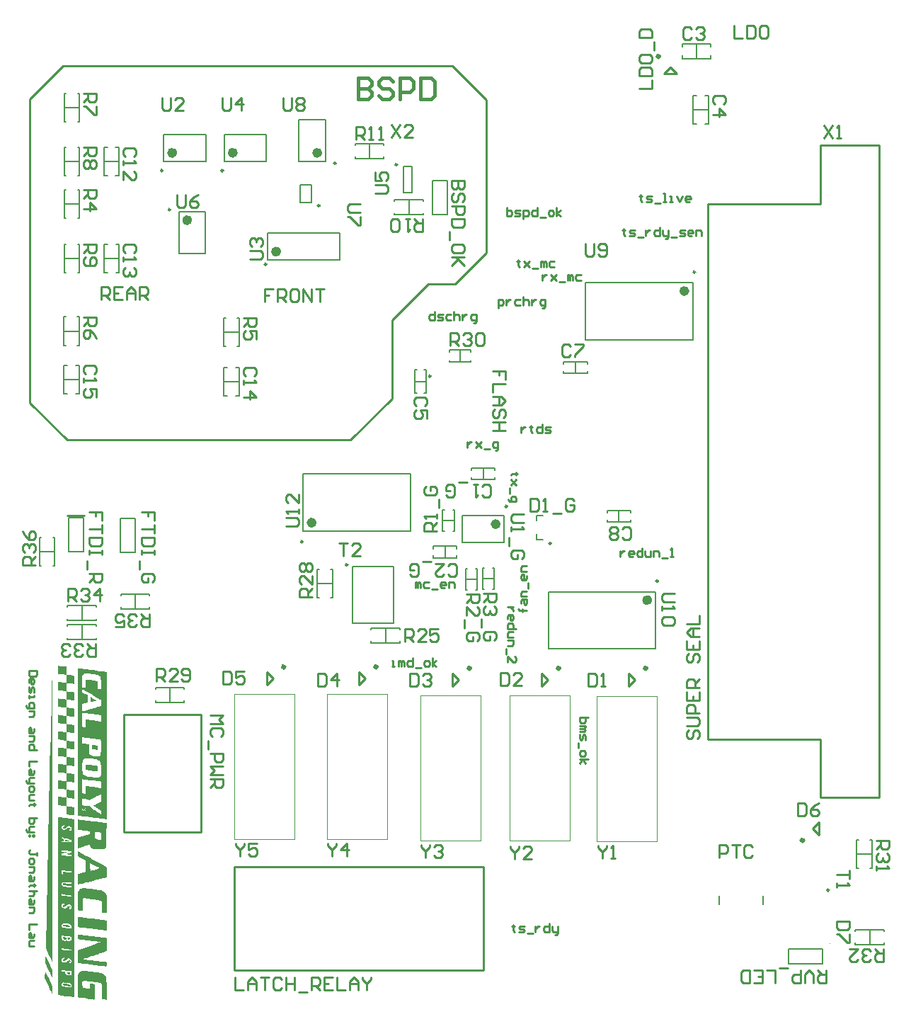
<source format=gbr>
%TF.GenerationSoftware,Altium Limited,Altium Designer,18.1.9 (240)*%
G04 Layer_Color=65535*
%FSLAX26Y26*%
%MOIN*%
%TF.FileFunction,Legend,Top*%
%TF.Part,Single*%
G01*
G75*
%TA.AperFunction,NonConductor*%
%ADD71C,0.023622*%
%ADD72C,0.009842*%
%ADD73C,0.003937*%
%ADD74C,0.007874*%
%ADD75C,0.005906*%
%ADD76C,0.010000*%
%ADD105C,0.019685*%
%ADD106C,0.015748*%
G36*
X8033017Y3461501D02*
X8034184D01*
X8035350Y3460334D01*
X8041183D01*
X8042349D01*
X8044682Y3459168D01*
X8050515D01*
X8068012Y3458001D01*
Y3418340D01*
X8065679D01*
X8061013Y3419506D01*
X8054014Y3420673D01*
X8047015Y3421840D01*
X8028351Y3423006D01*
Y3462667D01*
X8030684D01*
X8033017Y3461501D01*
D02*
G37*
G36*
X8082010Y3417173D02*
X8087843D01*
X8106507Y3413674D01*
Y3374013D01*
X8105340Y3376346D01*
X8104174D01*
X8100674D01*
X8096008Y3377512D01*
X8091342D01*
X8078511Y3378679D01*
X8073845D01*
X8069179D01*
Y3376346D01*
X8068012Y3374013D01*
Y3341351D01*
X8065679D01*
X8063346Y3342517D01*
X8059847D01*
X8055181Y3343684D01*
X8048182Y3344851D01*
X8028351Y3346017D01*
Y3385678D01*
X8030684D01*
X8033017Y3384512D01*
X8036517D01*
X8041183D01*
X8047015Y3383345D01*
X8048182D01*
X8050515D01*
X8056347Y3382178D01*
X8063346Y3381012D01*
X8065679D01*
X8066846D01*
X8068012Y3383345D01*
Y3418340D01*
X8069179D01*
X8071512D01*
X8073845D01*
X8077344D01*
X8082010Y3417173D01*
D02*
G37*
G36*
X8073845Y3340184D02*
X8077344D01*
X8082010D01*
X8087843Y3339018D01*
X8089009D01*
X8091342D01*
X8097175Y3337852D01*
X8104174Y3336685D01*
X8105340D01*
X8106507D01*
Y3297024D01*
X8105340Y3298191D01*
X8103007D01*
X8100674D01*
X8097175Y3299357D01*
X8092509D01*
X8086676Y3300523D01*
X8068012Y3301690D01*
X8069179Y3283026D01*
Y3264362D01*
X8087843Y3262029D01*
X8089009D01*
X8091342D01*
X8097175Y3260863D01*
X8104174Y3259696D01*
X8105340D01*
X8106507D01*
Y3224701D01*
X8105340Y3222368D01*
Y3221202D01*
X8103007D01*
X8100674D01*
X8097175Y3222368D01*
X8092509D01*
X8086676Y3223535D01*
X8085510D01*
X8084343D01*
X8077344Y3224701D01*
X8071512Y3225867D01*
X8069179D01*
X8068012D01*
Y3187373D01*
X8065679D01*
X8063346D01*
X8061013D01*
X8057514Y3188539D01*
X8052848D01*
X8047015Y3189706D01*
X8028351Y3192039D01*
Y3230534D01*
X8029518D01*
X8030684D01*
X8034184Y3229367D01*
X8038850D01*
X8044682Y3228200D01*
X8057514Y3227034D01*
X8063346Y3225867D01*
X8068012D01*
Y3260863D01*
X8066846Y3263195D01*
Y3264362D01*
X8064513D01*
X8061013D01*
X8057514Y3265528D01*
X8052848D01*
X8047015Y3266695D01*
X8045849D01*
X8044682D01*
X8037683Y3267861D01*
X8031851Y3269028D01*
X8029518D01*
X8028351D01*
Y3307523D01*
X8031851D01*
X8034184Y3306356D01*
X8037683D01*
X8042349D01*
X8048182Y3305189D01*
X8049348D01*
X8051681D01*
X8058680Y3304023D01*
X8064513Y3302856D01*
X8066846D01*
X8068012D01*
Y3341351D01*
X8071512D01*
X8073845Y3340184D01*
D02*
G37*
G36*
Y3186206D02*
X8077344D01*
X8082010D01*
X8087843Y3185040D01*
X8106507Y3181541D01*
Y3144213D01*
X8105340D01*
X8104174D01*
X8100674Y3145379D01*
X8094842D01*
X8089009Y3146546D01*
X8082010Y3147712D01*
X8076178D01*
X8071512Y3148878D01*
X8069179D01*
Y3146546D01*
X8068012Y3144213D01*
Y3109218D01*
X8066846D01*
X8064513D01*
X8062180Y3110384D01*
X8058680D01*
X8052848Y3111550D01*
X8047015Y3112717D01*
X8028351Y3113883D01*
Y3153544D01*
X8030684D01*
X8033017Y3152378D01*
X8036517D01*
X8041183D01*
X8047015Y3151211D01*
X8048182D01*
X8050515D01*
X8056347Y3150045D01*
X8063346Y3148878D01*
X8065679D01*
X8066846D01*
X8068012Y3151211D01*
Y3187373D01*
X8069179D01*
X8071512D01*
X8073845Y3186206D01*
D02*
G37*
G36*
Y3108051D02*
X8078511D01*
X8084343Y3106885D01*
X8097175Y3105718D01*
X8101841Y3104552D01*
X8106507D01*
Y3067224D01*
X8105340D01*
X8104174D01*
X8100674Y3068390D01*
X8097175D01*
X8091342Y3069557D01*
X8079677Y3070723D01*
X8073845Y3071890D01*
X8069179D01*
Y3069557D01*
X8068012Y3067224D01*
Y3032229D01*
X8066846D01*
X8064513D01*
X8058680Y3033395D01*
X8054014Y3034561D01*
X8048182Y3035728D01*
X8047015D01*
X8045849D01*
X8040016D01*
X8034184Y3036894D01*
X8029518D01*
X8028351D01*
Y3076555D01*
X8031851D01*
X8034184Y3075389D01*
X8037683D01*
X8042349D01*
X8048182Y3074222D01*
X8049348D01*
X8051681D01*
X8058680Y3073056D01*
X8064513Y3071890D01*
X8066846D01*
X8068012D01*
Y3109218D01*
X8069179D01*
X8070345D01*
X8073845Y3108051D01*
D02*
G37*
G36*
Y3031062D02*
X8077344D01*
X8082010D01*
X8087843Y3029896D01*
X8089009D01*
X8091342D01*
X8097175Y3028729D01*
X8104174Y3027562D01*
X8105340D01*
X8106507D01*
Y2990235D01*
X8105340D01*
X8103007D01*
X8100674D01*
X8098341D01*
X8093675Y2991401D01*
X8087843D01*
X8086676D01*
X8085510D01*
X8078511Y2992568D01*
X8072678Y2993734D01*
X8070345D01*
X8069179Y2994901D01*
X8068012D01*
Y2955240D01*
X8086676Y2954073D01*
X8087843D01*
X8090176D01*
X8096008Y2952907D01*
X8103007Y2951740D01*
X8104174Y2950573D01*
X8105340D01*
X8106507D01*
Y2913245D01*
X8104174D01*
X8101841D01*
X8098341D01*
X8092509Y2914412D01*
X8086676Y2915579D01*
X8078511Y2916745D01*
X8069179Y2917912D01*
X8068012D01*
Y2879417D01*
X8069179Y2878251D01*
X8070345D01*
X8072678D01*
X8078511D01*
X8087843Y2877084D01*
X8089009D01*
X8090176D01*
X8097175Y2875918D01*
X8103007Y2874751D01*
X8105340D01*
X8106507D01*
Y2835090D01*
X8104174D01*
X8101841Y2836256D01*
X8098341D01*
X8093675Y2837423D01*
X8087843Y2838590D01*
X8086676D01*
X8085510D01*
X8078511Y2839756D01*
X8071512Y2840923D01*
X8069179D01*
X8068012D01*
Y2802428D01*
X8069179Y2801262D01*
X8071512D01*
X8073845Y2800095D01*
X8077344D01*
X8082010D01*
X8087843Y2798928D01*
X8106507Y2796595D01*
Y2758101D01*
X8105340D01*
X8103007D01*
X8101841D01*
X8096008Y2759267D01*
X8094842D01*
X8093675D01*
X8086676Y2760434D01*
X8068012Y2762767D01*
Y2801262D01*
X8065679D01*
X8063346D01*
X8059847Y2802428D01*
X8055181D01*
X8048182Y2803595D01*
X8047015D01*
X8045849D01*
X8038850Y2804761D01*
X8031851Y2805927D01*
X8029518D01*
X8028351D01*
Y2845588D01*
X8029518D01*
X8031851D01*
X8034184Y2844422D01*
X8037683D01*
X8042349D01*
X8048182Y2843256D01*
X8049348D01*
X8050515D01*
X8057514Y2842089D01*
X8064513Y2840923D01*
X8066846D01*
X8068012D01*
Y2878251D01*
X8048182Y2881750D01*
X8047015D01*
X8045849D01*
X8038850D01*
X8031851Y2882916D01*
X8029518D01*
X8028351D01*
Y2922577D01*
X8029518D01*
X8031851D01*
X8034184Y2921411D01*
X8037683D01*
X8042349D01*
X8048182Y2920244D01*
X8049348D01*
X8050515D01*
X8057514Y2919078D01*
X8064513Y2917912D01*
X8066846D01*
X8068012D01*
Y2955240D01*
X8048182Y2958739D01*
X8047015D01*
X8045849D01*
X8038850D01*
X8033017Y2959905D01*
X8030684D01*
X8029518D01*
X8028351D01*
Y2999566D01*
X8029518D01*
X8031851D01*
X8034184D01*
X8037683Y2998400D01*
X8042349D01*
X8048182Y2997233D01*
X8056347Y2996067D01*
X8065679Y2994901D01*
X8068012D01*
Y3032229D01*
X8071512D01*
X8073845Y3031062D01*
D02*
G37*
G36*
X8132170Y3448669D02*
X8140335Y3447503D01*
X8152000Y3446336D01*
X8158999Y3445169D01*
X8167165Y3444003D01*
X8177663Y3442836D01*
X8188162Y3441670D01*
X8189328D01*
X8190495D01*
X8193994Y3440503D01*
X8198660D01*
X8209159Y3439337D01*
X8221990Y3437004D01*
X8233655Y3435838D01*
X8244154Y3434671D01*
X8248820D01*
X8252319Y3433505D01*
X8253486D01*
X8254652D01*
X8256985D01*
Y2738271D01*
X8254652Y2739437D01*
X8253486D01*
X8251153D01*
X8245320Y2740604D01*
X8237155Y2741770D01*
X8225490Y2742936D01*
X8218491Y2744103D01*
X8209159Y2745269D01*
X8198660Y2746436D01*
X8186995Y2747602D01*
X8120505Y2755768D01*
Y3449836D01*
X8122838D01*
X8124004D01*
X8127504D01*
X8132170Y3448669D01*
D02*
G37*
G36*
X8131003Y2737104D02*
X8139169Y2735938D01*
X8150834Y2734771D01*
X8157833Y2733604D01*
X8167165Y2732438D01*
X8176497Y2731271D01*
X8188162Y2730105D01*
X8189328D01*
X8190495D01*
X8198660Y2728939D01*
X8209159Y2727772D01*
X8220824Y2725439D01*
X8233655Y2724273D01*
X8244154Y2723106D01*
X8251153Y2721939D01*
X8253486Y2720773D01*
X8254652D01*
X8256985D01*
X8254652Y2667114D01*
Y2608789D01*
X8253486Y2607622D01*
X8252319Y2604123D01*
X8248820Y2600624D01*
X8245320Y2598291D01*
X8244154D01*
X8241821Y2597124D01*
X8239488D01*
X8234822D01*
X8230156D01*
X8223157D01*
X8213825Y2598291D01*
X8212658D01*
X8210325D01*
X8202160Y2599457D01*
X8193994D01*
X8190495Y2600624D01*
X8188162D01*
X8186995Y2601790D01*
X8184662Y2604123D01*
X8181163Y2609956D01*
X8178830Y2616954D01*
Y2620454D01*
X8177663D01*
X8175330Y2619287D01*
X8171831Y2618121D01*
X8165998Y2616954D01*
X8158999Y2614622D01*
X8149667Y2611122D01*
X8148501D01*
X8145001Y2609956D01*
X8140335Y2607622D01*
X8135669Y2605289D01*
X8129837Y2604123D01*
X8125171Y2601790D01*
X8121671Y2600624D01*
X8120505D01*
Y2653116D01*
X8124004Y2654282D01*
X8125171D01*
X8127504Y2655449D01*
X8128670D01*
X8131003Y2656615D01*
X8134503Y2657782D01*
X8139169Y2658948D01*
X8140335D01*
X8143835Y2660115D01*
X8148501Y2661282D01*
X8152000D01*
X8178830Y2668280D01*
Y2682278D01*
X8177663Y2683445D01*
X8176497D01*
X8174164D01*
X8170664D01*
X8165998Y2684611D01*
X8158999D01*
X8149667Y2685778D01*
X8148501D01*
X8145001Y2686945D01*
X8140335Y2688111D01*
X8135669Y2689278D01*
X8134503D01*
X8132170D01*
X8124004Y2690444D01*
X8122838D01*
X8121671D01*
X8120505D01*
Y2738271D01*
X8122838D01*
X8124004D01*
X8126337D01*
X8131003Y2737104D01*
D02*
G37*
G36*
X8122838Y2587792D02*
X8128670Y2585459D01*
X8133336Y2583126D01*
X8138002Y2579626D01*
X8146168Y2576127D01*
X8154333Y2570294D01*
X8164832Y2564462D01*
X8177663Y2557463D01*
X8192828Y2549298D01*
X8210325Y2538799D01*
X8230156Y2527134D01*
X8253486Y2514302D01*
X8256985Y2513136D01*
Y2465309D01*
X8198660Y2451311D01*
X8196327Y2450145D01*
X8190495Y2448979D01*
X8179996Y2445479D01*
X8168331Y2443146D01*
X8167165D01*
X8165998Y2441979D01*
X8158999Y2440813D01*
X8150834Y2438480D01*
X8142668Y2436147D01*
X8141502D01*
X8138002Y2434981D01*
X8134503Y2433814D01*
X8132170D01*
X8120505Y2431481D01*
Y2481640D01*
X8138002Y2486307D01*
X8139169D01*
X8140335Y2487473D01*
X8147334Y2488640D01*
X8153167Y2489806D01*
X8154333Y2490972D01*
X8155500D01*
X8156666D01*
Y2545798D01*
X8138002Y2555130D01*
X8120505Y2566795D01*
Y2588959D01*
X8122838Y2587792D01*
D02*
G37*
G36*
X8153167Y2413983D02*
X8157833D01*
X8164832Y2412817D01*
X8175330Y2411651D01*
X8186995Y2410484D01*
X8189328D01*
X8193994Y2409318D01*
X8199827D01*
X8207992Y2408151D01*
X8216158Y2406985D01*
X8223157Y2405818D01*
X8228989Y2404651D01*
X8232489D01*
X8233655D01*
X8235988Y2403485D01*
X8242987Y2398819D01*
X8251153Y2391820D01*
X8254652Y2385988D01*
X8256985Y2380155D01*
Y2297334D01*
X8254652D01*
X8253486D01*
X8248820D01*
X8242987D01*
X8234822Y2298500D01*
Y2343994D01*
X8233655Y2348660D01*
Y2352159D01*
X8232489Y2353325D01*
X8231322Y2354492D01*
X8230156Y2355659D01*
X8227823Y2356825D01*
X8225490D01*
X8223157Y2357992D01*
X8218491Y2359158D01*
X8211492D01*
X8200993Y2361491D01*
X8188162Y2362657D01*
X8149667Y2368490D01*
X8147334Y2366157D01*
X8146168D01*
X8145001Y2364990D01*
Y2307832D01*
X8142668D01*
X8141502D01*
X8138002Y2308999D01*
X8132170Y2310165D01*
X8120505Y2311331D01*
Y2375489D01*
X8121671Y2383655D01*
Y2391820D01*
X8122838Y2398819D01*
X8124004Y2402318D01*
X8125171Y2403485D01*
X8127504Y2406985D01*
X8128670Y2408151D01*
X8132170Y2410484D01*
X8138002Y2412817D01*
X8146168Y2415150D01*
X8147334D01*
X8149667D01*
X8153167Y2413983D01*
D02*
G37*
G36*
X8127504Y2278669D02*
X8132170D01*
X8140335Y2277503D01*
X8152000Y2275170D01*
X8160166Y2274003D01*
X8168331Y2272837D01*
X8178830Y2271671D01*
X8190495Y2270504D01*
X8256985Y2262338D01*
Y2215678D01*
X8254652D01*
X8253486D01*
X8251153D01*
X8246487Y2216845D01*
X8238321Y2218012D01*
X8233655D01*
X8226656Y2219178D01*
X8218491Y2220345D01*
X8210325Y2221511D01*
X8199827Y2222677D01*
X8188162Y2223844D01*
X8186995D01*
X8185829D01*
X8177663Y2225010D01*
X8167165Y2226177D01*
X8155500Y2227343D01*
X8143835Y2228510D01*
X8132170Y2229677D01*
X8125171Y2230843D01*
X8122838D01*
X8121671D01*
Y2233176D01*
X8120505Y2236675D01*
Y2279836D01*
X8122838D01*
X8124004D01*
X8127504Y2278669D01*
D02*
G37*
G36*
X8001522Y3392677D02*
X8002688Y3377512D01*
Y2152688D01*
X8001522Y2131691D01*
Y2067533D01*
X8000355Y2068700D01*
X7999189Y2071032D01*
X7998022Y2075698D01*
X7994523Y2081531D01*
X7991023Y2089697D01*
X7985191Y2100195D01*
X7970026Y2132857D01*
X7985191Y2798928D01*
Y2815260D01*
X7986357Y2828091D01*
Y2860753D01*
X7987524Y2880584D01*
Y2902747D01*
X7988690Y2927244D01*
Y2952907D01*
X7989857Y2980903D01*
Y3010065D01*
X7992190Y3069557D01*
X7993356Y3131381D01*
X7994523Y3194372D01*
X7996856Y3253863D01*
Y3283026D01*
X7998022Y3311022D01*
Y3336685D01*
X7999189Y3361182D01*
Y3383345D01*
X8000355Y3403175D01*
Y3435838D01*
X8001522Y3448669D01*
Y3392677D01*
D02*
G37*
G36*
X8131003Y2194682D02*
X8139169D01*
X8150834Y2192349D01*
X8157833D01*
X8167165Y2191182D01*
X8176497Y2190015D01*
X8188162Y2188849D01*
X8189328D01*
X8190495D01*
X8193994Y2187682D01*
X8198660D01*
X8209159Y2186516D01*
X8221990Y2184183D01*
X8233655Y2183017D01*
X8244154Y2181850D01*
X8248820D01*
X8252319Y2180684D01*
X8253486D01*
X8254652D01*
X8256985Y2179517D01*
Y2117693D01*
X8246487Y2114193D01*
X8245320D01*
X8241821Y2113026D01*
X8237155Y2111860D01*
X8235988D01*
X8232489Y2109527D01*
X8225490Y2108360D01*
X8217324Y2104861D01*
X8214991Y2103695D01*
X8209159Y2102528D01*
X8202160Y2099028D01*
X8193994Y2096695D01*
X8191661Y2095529D01*
X8185829Y2094363D01*
X8178830Y2090863D01*
X8170664Y2088530D01*
X8169498Y2087363D01*
X8164832Y2086197D01*
X8158999Y2085030D01*
X8153167Y2083864D01*
X8152000D01*
X8150834Y2082698D01*
X8148501Y2081531D01*
X8147334Y2080365D01*
X8148501D01*
X8149667Y2079198D01*
X8154333D01*
X8160166Y2078032D01*
X8169498Y2076865D01*
X8183496Y2075698D01*
X8191661Y2074532D01*
X8200993Y2073365D01*
X8202160D01*
X8203326D01*
X8209159Y2072199D01*
X8218491Y2071032D01*
X8227823Y2069866D01*
X8238321D01*
X8246487Y2068700D01*
X8253486Y2067533D01*
X8254652D01*
X8255819D01*
X8256985Y2066367D01*
Y2051202D01*
X8255819Y2047703D01*
X8254652Y2046536D01*
X8253486D01*
X8251153D01*
X8245320Y2047703D01*
X8244154D01*
X8239488D01*
X8231322Y2048869D01*
X8220824Y2050035D01*
X8219657D01*
X8218491D01*
X8210325Y2051202D01*
X8199827Y2052369D01*
X8188162Y2054702D01*
X8122838Y2062867D01*
Y2123525D01*
X8177663Y2142189D01*
X8178830D01*
X8179996Y2143356D01*
X8185829Y2145689D01*
X8195161Y2149188D01*
X8204493Y2152688D01*
X8205659D01*
X8206826Y2153854D01*
X8211492Y2155021D01*
X8218491Y2157354D01*
X8224323Y2159686D01*
X8225490D01*
X8228989Y2160853D01*
X8231322Y2162019D01*
X8228989D01*
X8224323Y2163186D01*
X8218491D01*
X8207992Y2164352D01*
X8195161Y2165519D01*
X8186995Y2166686D01*
X8177663Y2167852D01*
X8175330D01*
X8169498Y2169019D01*
X8161332Y2170185D01*
X8150834Y2171352D01*
X8141502Y2172518D01*
X8132170Y2173684D01*
X8126337Y2174851D01*
X8124004Y2176017D01*
X8122838D01*
X8120505D01*
Y2195848D01*
X8122838D01*
X8124004D01*
X8126337D01*
X8131003Y2194682D01*
D02*
G37*
G36*
X7971193Y2095529D02*
X7972359Y2093196D01*
X7974692Y2087363D01*
X7975859Y2086197D01*
X7978192Y2080365D01*
X7981691Y2073365D01*
X7985191Y2064034D01*
X8002688Y2029039D01*
Y1994043D01*
X8001522Y1992877D01*
Y1991710D01*
X8000355Y1994043D01*
X7999189Y1996377D01*
X7998022Y1999876D01*
X7994523Y2006875D01*
X7991023Y2015041D01*
X7985191Y2026706D01*
X7967693Y2060534D01*
Y2081531D01*
X7968860Y2087363D01*
X7970026Y2094363D01*
Y2096695D01*
X7971193Y2095529D01*
D02*
G37*
G36*
X7968860Y2022040D02*
X7970026Y2019707D01*
X7972359Y2016207D01*
X7974692Y2010374D01*
X7979358Y2002209D01*
X7985191Y1990544D01*
X8002688Y1953216D01*
Y1918221D01*
X8001522Y1917054D01*
Y1915888D01*
X8000355Y1918221D01*
X7999189Y1920554D01*
X7996856Y1925220D01*
X7994523Y1931053D01*
X7989857Y1940384D01*
X7984024Y1952050D01*
X7966527Y1990544D01*
Y2006875D01*
X7967693Y2012707D01*
Y2024372D01*
X7968860Y2022040D01*
D02*
G37*
G36*
X8044682Y2747602D02*
X8055181Y2746436D01*
X8068012Y2745269D01*
X8085510Y2742936D01*
X8105340Y2739437D01*
X8106507D01*
Y1954382D01*
X8105340Y1941551D01*
Y1903056D01*
X8104174D01*
X8101841D01*
X8096008D01*
X8089009Y1904223D01*
X8078511Y1905389D01*
X8065679Y1906556D01*
X8049348Y1908889D01*
X8029518Y1912389D01*
X8028351D01*
Y2748769D01*
X8029518D01*
X8030684D01*
X8033017D01*
X8037683D01*
X8044682Y2747602D01*
D02*
G37*
G36*
X8174164Y2023206D02*
X8188162Y2022040D01*
X8189328D01*
X8193994Y2020873D01*
X8199827Y2019707D01*
X8206826Y2018540D01*
X8213825D01*
X8220824Y2017373D01*
X8225490Y2016207D01*
X8227823D01*
X8228989D01*
X8230156Y2015041D01*
X8237155Y2012707D01*
X8244154Y2008042D01*
X8251153Y2001043D01*
X8252319Y1999876D01*
X8253486Y1997543D01*
X8254652Y1995210D01*
Y1990544D01*
X8255819Y1988211D01*
Y1978879D01*
X8256985Y1969547D01*
Y1890225D01*
X8254652D01*
X8253486D01*
X8249986Y1891391D01*
X8244154Y1892558D01*
X8234822Y1893725D01*
Y1963715D01*
X8232489Y1964881D01*
X8231322Y1967214D01*
X8227823Y1969547D01*
X8226656D01*
X8225490D01*
X8221990D01*
X8217324Y1970714D01*
X8210325Y1971880D01*
X8200993Y1973046D01*
X8188162Y1974213D01*
X8186995D01*
X8182329Y1975380D01*
X8176497D01*
X8169498Y1976546D01*
X8162499Y1977713D01*
X8156666D01*
X8152000Y1978879D01*
X8149667D01*
X8148501D01*
X8147334Y1977713D01*
X8145001Y1975380D01*
X8142668Y1974213D01*
Y1957882D01*
X8143835Y1953216D01*
X8145001Y1950883D01*
Y1949716D01*
X8146168Y1948550D01*
X8149667Y1946217D01*
X8150834Y1945051D01*
X8155500Y1943884D01*
X8160166Y1942717D01*
X8164832D01*
X8171831Y1941551D01*
X8178830D01*
Y1966047D01*
X8181163D01*
X8182329D01*
X8185829D01*
X8191661Y1964881D01*
X8200993Y1963715D01*
Y1896057D01*
X8199827Y1891391D01*
Y1890225D01*
X8197494D01*
X8195161Y1891391D01*
X8190495D01*
X8183496Y1892558D01*
X8174164Y1893725D01*
X8161332Y1896057D01*
X8160166D01*
X8155500Y1897224D01*
X8149667D01*
X8141502Y1898390D01*
X8134503Y1899557D01*
X8128670D01*
X8124004Y1900724D01*
X8121671D01*
Y1907723D01*
X8120505Y1913555D01*
Y1980045D01*
X8121671Y1989378D01*
Y2005708D01*
X8122838Y2009208D01*
X8124004Y2011541D01*
X8126337Y2016207D01*
X8132170Y2020873D01*
X8135669Y2023206D01*
X8141502Y2024372D01*
X8142668D01*
X8145001D01*
X8149667D01*
X8155500D01*
X8163665D01*
X8174164Y2023206D01*
D02*
G37*
%LPC*%
G36*
X8171831Y3425339D02*
X8158999D01*
X8154333D01*
X8152000Y3424173D01*
X8150834D01*
X8148501Y3423006D01*
X8146168Y3419506D01*
X8142668Y3414840D01*
Y3360015D01*
X8143835D01*
X8145001D01*
X8148501D01*
X8149667D01*
X8152000Y3358849D01*
X8155500D01*
X8156666D01*
Y3392677D01*
X8158999Y3395010D01*
X8160166D01*
Y3396177D01*
X8161332D01*
X8164832D01*
X8168331Y3395010D01*
X8172997D01*
X8178830D01*
X8186995Y3393843D01*
X8188162D01*
X8190495Y3392677D01*
X8195161D01*
X8199827Y3391510D01*
X8204493D01*
X8209159Y3390344D01*
X8211492D01*
X8212658D01*
X8213825D01*
X8214991Y3388011D01*
Y3354182D01*
X8216158Y3353016D01*
Y3351849D01*
X8217324D01*
X8219657D01*
X8221990D01*
X8223157D01*
X8225490Y3350683D01*
X8227823D01*
X8228989D01*
Y3351849D01*
X8230156Y3354182D01*
Y3392677D01*
X8228989Y3402009D01*
Y3405508D01*
X8227823Y3407841D01*
Y3409008D01*
X8226656Y3411341D01*
X8223157Y3413674D01*
X8218491Y3417173D01*
X8217324D01*
X8216158Y3418340D01*
X8212658D01*
X8209159Y3419506D01*
X8203326Y3420673D01*
X8196327Y3421840D01*
X8186995Y3423006D01*
X8185829D01*
X8182329Y3424173D01*
X8177663D01*
X8171831Y3425339D01*
D02*
G37*
G36*
X8142668Y3350683D02*
Y3336685D01*
X8154333Y3329686D01*
X8167165Y3323854D01*
Y3287692D01*
X8154333Y3284193D01*
X8142668Y3281860D01*
Y3248031D01*
X8143835D01*
X8145001D01*
X8148501Y3249198D01*
X8153167Y3250364D01*
X8161332Y3252697D01*
X8171831Y3256197D01*
X8185829Y3259696D01*
X8188162D01*
X8192828Y3262029D01*
X8199827Y3263195D01*
X8207992Y3265528D01*
X8216158Y3267861D01*
X8223157Y3269028D01*
X8227823Y3271361D01*
X8230156D01*
Y3301690D01*
X8227823D01*
X8226656D01*
X8225490Y3302856D01*
X8221990Y3305189D01*
X8217324Y3308689D01*
X8209159Y3313355D01*
X8199827Y3319188D01*
X8185829Y3327353D01*
X8183496Y3328519D01*
X8178830Y3330852D01*
X8171831Y3334352D01*
X8164832Y3339018D01*
X8156666Y3343684D01*
X8149667Y3347184D01*
X8145001Y3349517D01*
X8142668Y3350683D01*
D02*
G37*
G36*
X8145001Y3239865D02*
X8142668D01*
Y3174541D01*
X8147334Y3172209D01*
X8148501D01*
X8152000D01*
X8153167D01*
X8154333D01*
X8155500D01*
X8156666D01*
Y3208370D01*
X8157833D01*
X8160166D01*
X8164832D01*
X8171831Y3207204D01*
X8182329Y3206037D01*
X8193994Y3204870D01*
X8209159Y3202537D01*
X8227823Y3199038D01*
X8230156D01*
Y3229367D01*
X8186995Y3235200D01*
X8184662D01*
X8179996Y3236366D01*
X8174164D01*
X8165998Y3237532D01*
X8157833Y3238699D01*
X8150834D01*
X8145001Y3239865D01*
D02*
G37*
G36*
Y3125548D02*
X8142668D01*
Y3095220D01*
X8145001D01*
X8147334D01*
X8152000D01*
X8158999Y3094053D01*
X8160166D01*
X8161332D01*
X8165998Y3092887D01*
X8171831D01*
X8172997D01*
X8174164D01*
Y3050892D01*
X8175330Y3049726D01*
X8177663Y3046227D01*
X8181163Y3041561D01*
X8186995Y3039227D01*
X8190495Y3038061D01*
X8192828Y3036894D01*
X8196327D01*
X8202160Y3035728D01*
X8209159D01*
X8210325D01*
X8213825D01*
X8218491D01*
X8221990D01*
X8223157Y3036894D01*
X8224323Y3038061D01*
X8226656Y3041561D01*
X8227823Y3045060D01*
Y3046227D01*
X8228989Y3047393D01*
Y3054392D01*
X8230156Y3060224D01*
Y3108051D01*
X8228989Y3112717D01*
Y3113883D01*
X8227823D01*
X8226656D01*
X8223157Y3115050D01*
X8217324D01*
X8210325Y3116216D01*
X8198660Y3117383D01*
X8184662Y3119716D01*
X8182329D01*
X8177663Y3120883D01*
X8171831Y3122049D01*
X8163665D01*
X8155500Y3123215D01*
X8149667Y3124382D01*
X8145001Y3125548D01*
D02*
G37*
G36*
X8160166Y3026396D02*
X8158999D01*
X8155500D01*
X8154333D01*
X8150834Y3024063D01*
X8147334Y3021730D01*
X8145001Y3018231D01*
Y3017064D01*
X8143835Y3014731D01*
Y3008898D01*
X8142668Y3003066D01*
Y2971570D01*
X8143835Y2961072D01*
Y2956406D01*
X8145001Y2954073D01*
X8146168Y2952907D01*
X8148501Y2949407D01*
X8154333Y2944741D01*
X8162499Y2941242D01*
X8163665D01*
X8165998D01*
X8169498Y2940075D01*
X8172997D01*
X8178830Y2938909D01*
X8185829Y2937742D01*
X8186995D01*
X8190495D01*
X8195161Y2936575D01*
X8200993D01*
X8213825D01*
X8218491D01*
X8221990Y2937742D01*
X8223157D01*
X8224323Y2938909D01*
X8226656Y2941242D01*
X8227823Y2944741D01*
X8230156Y2945907D01*
Y2992568D01*
X8228989Y2998400D01*
Y3004233D01*
X8227823Y3007732D01*
X8226656Y3010065D01*
X8225490Y3011231D01*
X8224323Y3014731D01*
X8219657Y3017064D01*
X8213825Y3019397D01*
X8212658D01*
X8210325Y3020564D01*
X8204493Y3021730D01*
X8198660Y3022896D01*
X8190495Y3024063D01*
X8181163Y3025229D01*
X8160166Y3026396D01*
D02*
G37*
G36*
X8145001Y2927244D02*
X8142668D01*
Y2860753D01*
X8147334D01*
X8148501D01*
X8150834Y2859586D01*
X8154333D01*
X8155500D01*
X8156666D01*
Y2895748D01*
X8157833D01*
X8160166D01*
X8164832D01*
X8171831Y2894581D01*
X8181163Y2893415D01*
X8193994Y2892249D01*
X8209159Y2889916D01*
X8227823Y2886416D01*
X8230156D01*
Y2915579D01*
X8228989Y2916745D01*
Y2917912D01*
X8227823D01*
X8226656D01*
X8223157D01*
X8217324Y2919078D01*
X8210325Y2920244D01*
X8198660Y2921411D01*
X8184662Y2922577D01*
X8182329D01*
X8177663Y2923744D01*
X8171831D01*
X8163665Y2924910D01*
X8155500Y2926077D01*
X8149667D01*
X8145001Y2927244D01*
D02*
G37*
G36*
X8230156Y2856087D02*
X8227823D01*
X8226656Y2854921D01*
X8224323D01*
X8220824Y2852588D01*
X8216158Y2850255D01*
X8209159Y2847921D01*
X8200993Y2843256D01*
X8176497Y2830424D01*
X8158999Y2833923D01*
X8157833D01*
X8156666D01*
X8150834D01*
X8145001Y2835090D01*
X8143835D01*
X8142668D01*
Y2805927D01*
X8158999Y2803595D01*
X8174164Y2801262D01*
X8199827Y2783764D01*
X8200993Y2782597D01*
X8203326Y2781431D01*
X8211492Y2775599D01*
X8212658Y2774432D01*
X8214991Y2773265D01*
X8218491Y2770932D01*
X8221990Y2768599D01*
X8223157D01*
X8224323Y2767433D01*
X8225490Y2766267D01*
X8226656Y2765100D01*
X8230156Y2762767D01*
Y2779098D01*
X8210325Y2791930D01*
X8209159D01*
X8207992Y2794262D01*
X8202160Y2797762D01*
X8196327Y2801262D01*
X8195161Y2803595D01*
X8193994D01*
X8196327Y2804761D01*
X8200993Y2807094D01*
X8204493Y2809427D01*
X8210325Y2811760D01*
X8230156Y2821092D01*
Y2856087D01*
D02*
G37*
G36*
X8149667Y2794262D02*
X8148501D01*
X8147334Y2793096D01*
X8145001Y2791930D01*
X8142668Y2789597D01*
Y2786097D01*
X8145001Y2782597D01*
X8149667Y2779098D01*
X8150834D01*
X8153167Y2777932D01*
X8156666Y2779098D01*
X8158999Y2782597D01*
Y2788430D01*
X8157833Y2789597D01*
X8156666Y2790763D01*
X8153167Y2793096D01*
X8149667Y2794262D01*
D02*
G37*
%LPD*%
G36*
X8195161Y3306356D02*
X8196327D01*
X8197494Y3305189D01*
X8202160Y3301690D01*
X8206826Y3299357D01*
X8209159Y3298191D01*
X8207992D01*
X8203326Y3297024D01*
X8199827Y3295858D01*
X8195161Y3294691D01*
X8192828Y3293524D01*
X8188162Y3292358D01*
X8182329Y3291191D01*
X8181163D01*
X8179996D01*
Y3295858D01*
X8181163Y3302856D01*
Y3314521D01*
X8195161Y3306356D01*
D02*
G37*
G36*
X8202160Y3088220D02*
X8204493D01*
X8207992Y3087054D01*
X8212658D01*
X8214991Y3085887D01*
Y3066057D01*
X8213825D01*
X8212658D01*
X8211492D01*
X8207992D01*
X8202160Y3067224D01*
X8200993D01*
X8196327D01*
X8192828D01*
X8190495Y3068390D01*
X8188162D01*
X8186995Y3070723D01*
Y3089387D01*
X8188162D01*
X8189328D01*
X8190495D01*
X8195161D01*
X8202160Y3088220D01*
D02*
G37*
G36*
X8185829Y2994901D02*
X8186995D01*
X8189328Y2993734D01*
X8193994D01*
X8198660Y2992568D01*
X8207992Y2991401D01*
X8210325D01*
X8212658D01*
X8213825Y2990235D01*
X8214991Y2986735D01*
Y2966905D01*
X8213825Y2965738D01*
X8211492Y2964572D01*
X8210325D01*
X8207992D01*
X8204493Y2965738D01*
X8199827D01*
X8192828Y2966905D01*
X8184662Y2968071D01*
X8183496D01*
X8181163D01*
X8176497Y2969238D01*
X8171831Y2970404D01*
X8163665Y2971570D01*
X8160166Y2972737D01*
X8158999D01*
X8157833Y2973903D01*
Y2975070D01*
X8156666Y2978570D01*
Y2994901D01*
X8157833D01*
X8158999Y2996067D01*
X8161332D01*
X8164832D01*
X8169498D01*
X8176497D01*
X8185829Y2994901D01*
D02*
G37*
G36*
X8153167Y2791930D02*
X8155500Y2790763D01*
X8156666Y2787264D01*
X8157833Y2786097D01*
Y2783764D01*
X8156666Y2782597D01*
X8155500Y2781431D01*
X8154333Y2780265D01*
X8152000D01*
X8150834D01*
X8147334Y2782597D01*
X8146168Y2783764D01*
X8145001Y2789597D01*
X8146168Y2790763D01*
X8148501Y2791930D01*
X8150834Y2793096D01*
X8152000D01*
X8153167Y2791930D01*
D02*
G37*
%LPC*%
G36*
X8150834Y2789597D02*
X8149667D01*
X8148501D01*
X8147334D01*
Y2788430D01*
X8148501D01*
X8150834D01*
X8152000D01*
Y2787264D01*
X8149667Y2786097D01*
X8148501Y2784930D01*
X8147334D01*
Y2783764D01*
X8149667D01*
X8150834D01*
X8152000Y2782597D01*
X8153167D01*
X8154333Y2783764D01*
X8155500D01*
Y2787264D01*
X8153167Y2788430D01*
X8150834Y2789597D01*
D02*
G37*
%LPD*%
G36*
X8154333Y2784930D02*
X8153167D01*
X8152000Y2786097D01*
Y2787264D01*
X8154333D01*
Y2784930D01*
D02*
G37*
%LPC*%
G36*
X8205659Y2679945D02*
X8203326D01*
X8202160D01*
Y2677613D01*
X8200993Y2672947D01*
Y2656615D01*
X8202160Y2651950D01*
Y2649617D01*
X8203326Y2648450D01*
X8205659Y2647284D01*
X8210325Y2644950D01*
X8213825D01*
X8218491Y2643784D01*
X8219657D01*
X8220824D01*
X8225490Y2642617D01*
X8230156Y2643784D01*
X8232489Y2644950D01*
Y2676446D01*
X8218491Y2677613D01*
X8217324D01*
X8216158D01*
X8210325Y2678779D01*
X8205659Y2679945D01*
D02*
G37*
G36*
X8178830Y2531800D02*
Y2514302D01*
X8181163Y2496805D01*
X8183496Y2497972D01*
X8184662D01*
X8185829Y2499138D01*
X8192828Y2500305D01*
X8193994D01*
X8196327D01*
X8203326Y2501471D01*
X8204493D01*
X8206826Y2502637D01*
X8214991Y2504970D01*
X8221990Y2507303D01*
X8224323Y2508470D01*
X8225490D01*
X8224323Y2509637D01*
X8220824Y2510803D01*
X8213825Y2514302D01*
X8211492Y2515469D01*
X8206826Y2517802D01*
X8199827Y2521302D01*
X8190495Y2525968D01*
X8188162Y2527134D01*
X8184662Y2528300D01*
X8181163Y2530633D01*
X8178830Y2531800D01*
D02*
G37*
G36*
X8057514Y2711441D02*
X8055181D01*
X8054014D01*
X8051681Y2710274D01*
X8048182Y2707941D01*
X8045849Y2704442D01*
Y2698610D01*
X8047015Y2695110D01*
X8049348Y2691610D01*
X8055181Y2689278D01*
X8056347D01*
X8059847D01*
X8064513Y2691610D01*
X8070345Y2695110D01*
X8071512Y2696276D01*
X8072678Y2697443D01*
X8076178Y2698610D01*
X8078511Y2699776D01*
X8079677D01*
X8083177D01*
X8085510Y2698610D01*
X8086676Y2695110D01*
Y2693943D01*
X8085510Y2692777D01*
X8083177D01*
X8082010D01*
Y2685778D01*
X8083177D01*
X8084343D01*
X8086676D01*
X8089009Y2686945D01*
X8091342Y2689278D01*
X8092509Y2691610D01*
Y2697443D01*
X8091342Y2699776D01*
X8090176Y2700943D01*
X8089009Y2703276D01*
X8084343Y2706775D01*
X8078511Y2707941D01*
X8077344D01*
X8075011Y2706775D01*
X8071512Y2704442D01*
X8065679Y2699776D01*
X8063346Y2698610D01*
X8061013Y2695110D01*
X8058680D01*
X8055181D01*
X8054014Y2696276D01*
X8052848Y2697443D01*
X8051681Y2699776D01*
Y2700943D01*
X8052848Y2702109D01*
X8054014Y2703276D01*
X8056347Y2704442D01*
X8057514D01*
Y2711441D01*
D02*
G37*
G36*
X8047015Y2654282D02*
X8045849Y2651950D01*
Y2648450D01*
X8047015D01*
X8048182D01*
X8050515Y2647284D01*
X8052848Y2646117D01*
X8056347Y2644950D01*
Y2636785D01*
X8055181D01*
X8052848D01*
X8048182D01*
X8045849D01*
Y2630952D01*
X8047015D01*
X8049348D01*
X8051681D01*
X8055181D01*
X8059847Y2632119D01*
X8066846D01*
X8068012D01*
X8070345D01*
X8077344D01*
X8085510D01*
X8089009D01*
X8091342D01*
X8092509D01*
Y2641451D01*
X8090176D01*
X8087843Y2642617D01*
X8084343D01*
X8077344Y2644950D01*
X8070345Y2647284D01*
X8059847Y2649617D01*
X8047015Y2654282D01*
D02*
G37*
G36*
X8051681Y2593624D02*
X8049348D01*
X8047015D01*
X8045849D01*
Y2586626D01*
X8047015D01*
X8049348D01*
X8054014D01*
X8061013Y2585459D01*
X8062180D01*
X8063346D01*
X8068012Y2584293D01*
X8072678Y2583126D01*
X8073845D01*
X8069179Y2581959D01*
X8065679D01*
X8061013Y2580793D01*
X8045849Y2577294D01*
Y2569128D01*
X8049348D01*
X8051681Y2567961D01*
X8056347D01*
X8062180D01*
X8069179Y2566795D01*
X8070345D01*
X8072678D01*
X8079677Y2565628D01*
X8086676Y2564462D01*
X8090176D01*
X8091342D01*
X8092509D01*
Y2571461D01*
X8091342D01*
X8089009D01*
X8085510Y2572628D01*
X8082010D01*
X8071512Y2573794D01*
X8061013D01*
X8063346Y2574961D01*
X8068012Y2576127D01*
X8071512Y2577294D01*
X8077344D01*
X8092509Y2580793D01*
Y2587792D01*
X8091342Y2588959D01*
X8089009D01*
X8086676D01*
X8082010Y2590125D01*
X8077344D01*
X8070345Y2591291D01*
X8069179D01*
X8066846D01*
X8059847Y2592458D01*
X8051681Y2593624D01*
D02*
G37*
G36*
X8045849Y2500305D02*
Y2481640D01*
X8048182D01*
Y2480474D01*
X8049348Y2479307D01*
X8050515D01*
X8051681D01*
X8052848D01*
Y2492139D01*
X8054014D01*
X8056347D01*
X8062180Y2490972D01*
X8066846Y2489806D01*
X8072678Y2488640D01*
X8073845D01*
X8075011D01*
X8080844Y2487473D01*
X8086676D01*
X8091342D01*
X8092509D01*
Y2494472D01*
X8091342D01*
X8089009D01*
X8082010Y2495639D01*
X8076178D01*
X8070345Y2496805D01*
X8069179D01*
X8066846D01*
X8059847Y2497972D01*
X8051681Y2499138D01*
X8049348D01*
X8047015D01*
X8045849Y2500305D01*
D02*
G37*
G36*
X8070345Y2443146D02*
X8055181D01*
X8054014D01*
X8050515Y2441979D01*
X8048182Y2440813D01*
X8045849Y2437314D01*
Y2436147D01*
X8044682Y2434981D01*
X8045849Y2432648D01*
X8047015Y2429148D01*
Y2427981D01*
X8048182Y2426815D01*
X8050515Y2424482D01*
X8052848Y2423316D01*
X8054014D01*
X8056347D01*
X8062180Y2422149D01*
X8066846Y2420983D01*
X8072678Y2419816D01*
X8073845D01*
X8076178D01*
X8082010Y2418649D01*
X8089009D01*
X8090176D01*
X8091342D01*
X8092509D01*
Y2423316D01*
X8091342Y2424482D01*
X8089009D01*
X8086676D01*
X8083177Y2425648D01*
X8078511D01*
X8072678Y2426815D01*
X8071512D01*
X8070345D01*
X8064513Y2427981D01*
X8057514Y2429148D01*
X8056347D01*
X8055181D01*
X8054014Y2430314D01*
X8052848Y2431481D01*
X8051681Y2433814D01*
Y2434981D01*
X8052848Y2437314D01*
X8054014D01*
X8055181D01*
X8057514D01*
X8059847D01*
X8063346D01*
X8068012Y2436147D01*
X8073845D01*
X8075011D01*
X8076178D01*
X8083177Y2434981D01*
X8089009Y2433814D01*
X8090176D01*
X8091342D01*
X8092509D01*
Y2440813D01*
X8091342D01*
X8090176D01*
X8086676Y2441979D01*
X8083177D01*
X8070345Y2443146D01*
D02*
G37*
G36*
X8047015Y2387154D02*
X8045849D01*
Y2380155D01*
X8047015D01*
X8048182D01*
X8050515D01*
X8051681D01*
X8054014Y2378988D01*
X8057514D01*
X8062180D01*
X8063346D01*
X8066846Y2377822D01*
X8075011Y2376655D01*
X8076178D01*
X8079677Y2375489D01*
X8086676D01*
X8087843D01*
X8089009Y2374323D01*
X8090176D01*
X8091342D01*
X8092509D01*
Y2380155D01*
X8089009D01*
X8086676Y2381322D01*
X8082010D01*
X8076178Y2382488D01*
X8069179Y2383655D01*
X8068012D01*
X8065679D01*
X8057514Y2384821D01*
X8050515Y2385988D01*
X8047015Y2387154D01*
D02*
G37*
G36*
X8057514Y2342827D02*
X8056347D01*
X8054014D01*
X8052848Y2341660D01*
X8050515D01*
X8048182Y2340494D01*
X8045849Y2335828D01*
X8044682Y2333495D01*
Y2331162D01*
X8045849Y2327662D01*
X8048182Y2324163D01*
X8049348Y2322997D01*
X8051681Y2321830D01*
X8055181Y2320664D01*
X8059847Y2319497D01*
X8061013D01*
X8063346Y2320664D01*
X8066846Y2322997D01*
X8070345Y2326496D01*
X8071512Y2327662D01*
X8073845Y2328829D01*
X8077344Y2329995D01*
X8079677Y2331162D01*
X8080844D01*
X8083177D01*
X8085510Y2329995D01*
X8086676Y2328829D01*
Y2326496D01*
X8085510Y2325329D01*
X8082010Y2324163D01*
Y2317164D01*
X8083177Y2315997D01*
X8084343D01*
X8085510D01*
X8086676Y2317164D01*
X8089009Y2319497D01*
X8090176Y2320664D01*
X8091342Y2322997D01*
X8092509Y2324163D01*
Y2328829D01*
X8091342Y2332329D01*
X8089009Y2334662D01*
X8087843Y2335828D01*
X8084343Y2338161D01*
X8079677Y2339327D01*
X8076178Y2338161D01*
X8072678Y2336994D01*
X8071512Y2335828D01*
X8065679Y2331162D01*
X8064513Y2329995D01*
X8063346Y2328829D01*
X8059847Y2327662D01*
X8057514Y2326496D01*
X8056347D01*
X8055181D01*
X8052848Y2327662D01*
X8051681Y2329995D01*
Y2334662D01*
X8052848D01*
X8056347Y2336994D01*
X8057514D01*
Y2342827D01*
D02*
G37*
G36*
X8056347Y2249507D02*
X8052848D01*
X8051681D01*
X8050515Y2248340D01*
X8048182Y2246008D01*
X8045849Y2243675D01*
Y2241341D01*
X8044682Y2236675D01*
X8047015Y2232010D01*
X8049348Y2229677D01*
X8052848Y2227343D01*
X8054014D01*
X8056347D01*
X8061013D01*
X8069179Y2226177D01*
X8070345D01*
X8071512D01*
X8076178Y2225010D01*
X8082010D01*
X8083177D01*
X8084343D01*
X8085510D01*
X8086676Y2226177D01*
X8090176Y2227343D01*
X8092509Y2230843D01*
Y2235509D01*
X8091342Y2239008D01*
X8089009Y2242508D01*
X8084343Y2244841D01*
X8082010Y2246008D01*
X8077344Y2247174D01*
X8073845Y2248340D01*
X8069179D01*
X8066846D01*
X8062180D01*
X8056347Y2249507D01*
D02*
G37*
G36*
X8050515Y2191182D02*
X8047015D01*
X8045849D01*
Y2177184D01*
X8047015Y2176017D01*
Y2173684D01*
X8048182Y2172518D01*
X8050515Y2170185D01*
X8051681D01*
X8054014Y2169019D01*
X8061013Y2166686D01*
X8062180D01*
X8063346D01*
X8065679Y2167852D01*
X8066846D01*
X8068012Y2169019D01*
X8069179Y2170185D01*
Y2171352D01*
X8070345D01*
Y2170185D01*
X8072678Y2167852D01*
X8073845Y2166686D01*
X8077344Y2165519D01*
X8082010D01*
X8089009Y2167852D01*
X8090176Y2169019D01*
X8091342Y2171352D01*
X8092509Y2172518D01*
Y2185349D01*
X8091342Y2186516D01*
X8089009D01*
X8085510Y2187682D01*
X8082010D01*
X8076178Y2188849D01*
X8069179Y2190015D01*
X8068012D01*
X8065679D01*
X8057514D01*
X8050515Y2191182D01*
D02*
G37*
G36*
X8047015Y2131691D02*
X8045849D01*
Y2125858D01*
X8047015D01*
X8048182D01*
X8050515Y2124691D01*
X8051681D01*
X8054014Y2123525D01*
X8057514D01*
X8062180D01*
X8063346D01*
X8066846Y2122358D01*
X8075011D01*
X8076178D01*
X8079677Y2121192D01*
X8086676D01*
X8087843D01*
X8089009D01*
X8090176D01*
X8091342D01*
X8092509Y2118859D01*
Y2127024D01*
X8089009D01*
X8086676D01*
X8082010D01*
X8076178Y2128191D01*
X8069179D01*
X8068012D01*
X8065679D01*
X8057514Y2129358D01*
X8050515Y2130524D01*
X8047015Y2131691D01*
D02*
G37*
G36*
X8057514Y2087363D02*
X8056347D01*
X8054014D01*
X8052848Y2086197D01*
X8050515D01*
X8048182Y2085030D01*
X8045849Y2081531D01*
X8044682Y2079198D01*
Y2075698D01*
X8045849Y2072199D01*
X8048182Y2068700D01*
X8049348Y2067533D01*
X8051681Y2066367D01*
X8055181Y2065200D01*
X8059847D01*
X8061013D01*
X8063346Y2066367D01*
X8066846Y2067533D01*
X8070345Y2071032D01*
X8071512Y2072199D01*
X8073845Y2073365D01*
X8077344Y2075698D01*
X8079677Y2076865D01*
X8080844D01*
X8083177D01*
X8085510Y2075698D01*
X8086676Y2073365D01*
Y2071032D01*
X8085510Y2069866D01*
X8082010Y2068700D01*
Y2062867D01*
X8083177D01*
X8084343D01*
X8085510D01*
X8089009Y2064034D01*
X8090176Y2065200D01*
X8091342Y2067533D01*
X8092509Y2068700D01*
Y2074532D01*
X8091342Y2076865D01*
X8089009Y2079198D01*
X8087843Y2080365D01*
X8084343Y2082698D01*
X8079677Y2083864D01*
X8076178D01*
X8072678Y2082698D01*
X8071512Y2081531D01*
X8069179Y2079198D01*
X8065679Y2076865D01*
X8064513Y2075698D01*
X8063346Y2074532D01*
X8059847Y2073365D01*
X8057514Y2072199D01*
X8056347D01*
X8055181D01*
X8052848Y2074532D01*
X8051681Y2076865D01*
Y2080365D01*
X8052848D01*
X8056347Y2081531D01*
X8057514D01*
Y2087363D01*
D02*
G37*
G36*
X8051681Y2029039D02*
X8048182D01*
X8047015D01*
X8045849D01*
Y2023206D01*
X8047015D01*
X8049348D01*
X8055181Y2022040D01*
X8062180D01*
Y2015041D01*
X8063346Y2011541D01*
X8065679Y2009208D01*
X8066846Y2008042D01*
X8069179Y2006875D01*
X8072678Y2005708D01*
X8077344Y2004542D01*
X8078511D01*
X8079677D01*
X8084343D01*
X8085510D01*
X8086676Y2005708D01*
X8090176Y2006875D01*
X8092509Y2010374D01*
Y2024372D01*
X8070345Y2026706D01*
X8069179D01*
X8066846D01*
X8058680Y2027872D01*
X8051681Y2029039D01*
D02*
G37*
G36*
X8054014Y1970714D02*
X8052848D01*
X8051681D01*
X8050515D01*
X8048182Y1968380D01*
X8045849Y1966047D01*
Y1957882D01*
X8048182Y1954382D01*
X8049348Y1953216D01*
X8051681Y1952050D01*
X8057514Y1950883D01*
X8065679Y1948550D01*
X8066846D01*
X8068012D01*
X8075011Y1947383D01*
X8082010D01*
X8084343D01*
X8086676D01*
X8087843D01*
X8089009Y1949716D01*
X8090176Y1952050D01*
X8091342Y1954382D01*
Y1961381D01*
X8089009Y1963715D01*
X8086676Y1966047D01*
X8083177Y1968380D01*
X8080844D01*
X8076178D01*
X8071512Y1969547D01*
X8066846D01*
X8064513D01*
X8059847D01*
X8054014Y1970714D01*
D02*
G37*
%LPD*%
G36*
X8065679Y2642617D02*
X8071512Y2641451D01*
X8072678D01*
X8076178Y2640285D01*
X8079677Y2639118D01*
X8080844Y2637952D01*
X8079677Y2636785D01*
X8076178D01*
X8070345D01*
X8062180D01*
Y2643784D01*
X8063346D01*
X8065679Y2642617D01*
D02*
G37*
G36*
X8075011Y2241341D02*
X8079677Y2240175D01*
X8082010D01*
X8083177Y2239008D01*
X8085510Y2236675D01*
Y2233176D01*
X8084343Y2232010D01*
X8083177D01*
X8082010D01*
X8077344D01*
X8073845D01*
X8069179Y2233176D01*
X8066846D01*
X8062180Y2234343D01*
X8057514D01*
X8056347Y2235509D01*
X8055181D01*
X8054014D01*
X8052848Y2236675D01*
X8051681Y2239008D01*
Y2241341D01*
X8052848Y2242508D01*
X8054014D01*
X8055181D01*
X8059847D01*
X8068012D01*
X8069179D01*
X8070345D01*
X8075011Y2241341D01*
D02*
G37*
G36*
X8062180Y2183017D02*
X8064513Y2181850D01*
X8065679D01*
X8066846D01*
X8068012Y2180684D01*
Y2178351D01*
X8066846Y2176017D01*
X8064513Y2173684D01*
X8063346D01*
X8061013D01*
X8057514D01*
X8055181Y2176017D01*
X8054014Y2178351D01*
X8052848Y2181850D01*
Y2184183D01*
X8054014D01*
X8055181D01*
X8059847D01*
X8061013D01*
X8062180Y2183017D01*
D02*
G37*
G36*
X8084343Y2180684D02*
Y2176017D01*
X8083177Y2174851D01*
Y2173684D01*
X8082010Y2172518D01*
X8079677D01*
X8078511D01*
X8077344D01*
X8075011Y2173684D01*
X8073845Y2176017D01*
Y2177184D01*
X8072678Y2179517D01*
Y2181850D01*
X8075011D01*
X8078511D01*
X8084343Y2180684D01*
D02*
G37*
G36*
Y2018540D02*
Y2011541D01*
X8083177Y2010374D01*
X8080844D01*
X8077344D01*
X8076178D01*
X8073845Y2011541D01*
X8071512Y2012707D01*
X8070345Y2016207D01*
Y2019707D01*
X8071512D01*
X8075011D01*
X8084343Y2018540D01*
D02*
G37*
G36*
X8076178Y1963715D02*
X8080844Y1962548D01*
X8083177Y1961381D01*
X8084343Y1960215D01*
X8085510D01*
X8086676Y1959049D01*
Y1954382D01*
X8084343Y1953216D01*
X8082010D01*
X8079677D01*
X8075011Y1954382D01*
X8068012Y1955549D01*
X8066846D01*
X8065679D01*
X8059847Y1956716D01*
X8055181Y1957882D01*
X8052848D01*
X8051681Y1959049D01*
Y1960215D01*
X8052848Y1964881D01*
X8055181D01*
X8056347D01*
X8058680D01*
X8062180D01*
X8066846D01*
X8076178Y1963715D01*
D02*
G37*
D71*
X8648189Y5559055D02*
G03*
X8648189Y5559055I-11811J0D01*
G01*
X9234213Y4135512D02*
G03*
X9234213Y4135512I-11811J0D01*
G01*
X10814409Y3770827D02*
G03*
X10814409Y3770827I-11811J0D01*
G01*
X10100866Y4128622D02*
G03*
X10100866Y4128622I-11811J0D01*
G01*
X9066890Y5411378D02*
G03*
X9066890Y5411378I-11811J0D01*
G01*
X10989409Y5225433D02*
G03*
X10989409Y5225433I-11811J0D01*
G01*
X8577756Y5876378D02*
G03*
X8577756Y5876378I-11811J0D01*
G01*
X8862756D02*
G03*
X8862756Y5876378I-11811J0D01*
G01*
X9260433Y5875945D02*
G03*
X9260433Y5875945I-11811J0D01*
G01*
D72*
X8557638Y5608465D02*
G03*
X8557638Y5608465I-4921J0D01*
G01*
X9180472Y4045945D02*
G03*
X9180472Y4045945I-4921J0D01*
G01*
X10854370Y3860394D02*
G03*
X10854370Y3860394I-4921J0D01*
G01*
X9784252Y4825000D02*
G03*
X9784252Y4825000I-4921J0D01*
G01*
X10349921Y4037795D02*
G03*
X10349921Y4037795I-4921J0D01*
G01*
X10143386Y4212283D02*
G03*
X10143386Y4212283I-4921J0D01*
G01*
X9260945Y5627913D02*
G03*
X9260945Y5627913I-4921J0D01*
G01*
X9010000Y5352106D02*
G03*
X9010000Y5352106I-4921J0D01*
G01*
X9625787Y5820866D02*
G03*
X9625787Y5820866I-4921J0D01*
G01*
X11659252Y2405551D02*
G03*
X11659252Y2405551I-4921J0D01*
G01*
X9391890Y3937402D02*
G03*
X9391890Y3937402I-4921J0D01*
G01*
X11029370Y5315000D02*
G03*
X11029370Y5315000I-4921J0D01*
G01*
X8521457Y5792717D02*
G03*
X8521457Y5792717I-4921J0D01*
G01*
X8806457D02*
G03*
X8806457Y5792717I-4921J0D01*
G01*
X9337205Y5826535D02*
G03*
X9337205Y5826535I-4921J0D01*
G01*
X8072165Y4170000D02*
X8152165D01*
D73*
X11663031Y2153110D02*
G03*
X11663031Y2153110I-1968J0D01*
G01*
X9734016Y3323780D02*
X10017480D01*
Y2638740D02*
Y3323780D01*
X9734016Y2638740D02*
X10017480D01*
X9734016D02*
Y3323780D01*
X8859016Y3330079D02*
X9142480D01*
Y2645039D02*
Y3330079D01*
X8859016Y2645039D02*
X9142480D01*
X8859016D02*
Y3330079D01*
X10154016Y3323780D02*
X10437480D01*
Y2638740D02*
Y3323780D01*
X10154016Y2638740D02*
X10437480D01*
X10154016D02*
Y3323780D01*
X9294016Y3330079D02*
X9577480D01*
Y2645039D02*
Y3330079D01*
X9294016Y2645039D02*
X9577480D01*
X9294016D02*
Y3330079D01*
X10564449Y3320000D02*
X10847913D01*
Y2634961D02*
Y3320000D01*
X10564449Y2634961D02*
X10847913D01*
X10564449D02*
Y3320000D01*
D74*
X8722992Y5401575D02*
Y5598425D01*
X8597008Y5401575D02*
Y5598425D01*
X8722992D01*
X8597008Y5401575D02*
X8722992D01*
X8322165Y3993976D02*
X8392165D01*
Y4155000D01*
X8322165D02*
X8392165D01*
X8322165Y3993976D02*
Y4155000D01*
X8077165Y3998976D02*
X8147165D01*
Y4160000D01*
X8077165D02*
X8147165D01*
X8077165Y3998976D02*
Y4160000D01*
X9686969Y4096142D02*
Y4363858D01*
X9183031Y4096142D02*
Y4363858D01*
X9686969D01*
X9183031Y4096142D02*
X9686969D01*
X10338031Y3542480D02*
Y3810197D01*
X10841969Y3542480D02*
Y3810197D01*
X10338031Y3542480D02*
X10841969D01*
X10338031Y3810197D02*
X10841969D01*
X10280039Y4144095D02*
Y4170079D01*
X10312126D01*
X10280039Y4055118D02*
Y4081102D01*
Y4055118D02*
X10312126D01*
X9931575Y4042008D02*
Y4167992D01*
X10128425Y4042008D02*
Y4167992D01*
X9931575Y4042008D02*
X10128425D01*
X9931575Y4167992D02*
X10128425D01*
X9222559Y5643661D02*
Y5726338D01*
X9167441Y5643661D02*
Y5726338D01*
Y5643661D02*
X9222559D01*
X9167441Y5726338D02*
X9222559D01*
X9015709Y5372008D02*
X9354291D01*
X9015709Y5497992D02*
X9354291D01*
X9015709Y5372008D02*
Y5497992D01*
X9354291Y5372008D02*
Y5497992D01*
X9694685Y5688976D02*
Y5811024D01*
X9655315Y5688976D02*
Y5811024D01*
Y5688976D02*
X9694685D01*
X9655315Y5811024D02*
X9694685D01*
X9790000Y5746024D02*
X9860000D01*
X9790000Y5585000D02*
Y5746024D01*
Y5585000D02*
X9860000D01*
Y5746024D01*
X11141654Y2340315D02*
Y2379685D01*
X11348346Y2340315D02*
Y2379685D01*
X11468701Y2060000D02*
Y2130000D01*
Y2060000D02*
X11629724D01*
Y2130000D01*
X11468701D02*
X11629724D01*
X9414528Y3663780D02*
X9607441D01*
X9414528Y3927559D02*
X9607441D01*
Y3663780D02*
Y3927559D01*
X9414528Y3663780D02*
Y3927559D01*
X10513031Y4997087D02*
Y5264803D01*
X11016969Y4997087D02*
Y5264803D01*
X10513031Y4997087D02*
X11016969D01*
X10513031Y5264803D02*
X11016969D01*
X8723425Y5837008D02*
Y5962992D01*
X8526575Y5837008D02*
Y5962992D01*
X8723425D01*
X8526575Y5837008D02*
X8723425D01*
X9008425D02*
Y5962992D01*
X8811575Y5837008D02*
Y5962992D01*
X9008425D01*
X8811575Y5837008D02*
X9008425D01*
X9162008Y6033425D02*
X9287992D01*
X9162008Y5836575D02*
X9287992D01*
X9162008D02*
Y6033425D01*
X9287992Y5836575D02*
Y6033425D01*
D75*
X7941732Y4000000D02*
X8012598D01*
X7941732Y3933071D02*
X7949606D01*
X7941732D02*
Y4066929D01*
X7949606D01*
X8004724Y3933071D02*
X8012598D01*
Y4066929D01*
X8004724D02*
X8012598D01*
X8140000Y3674567D02*
Y3745433D01*
X8206929Y3674567D02*
Y3682441D01*
X8073071Y3674567D02*
X8206929D01*
X8073071D02*
Y3682441D01*
X8206929Y3737559D02*
Y3745433D01*
X8073071D02*
X8206929D01*
X8073071Y3737559D02*
Y3745433D01*
X8392165Y3729567D02*
Y3800433D01*
X8459094Y3729567D02*
Y3737441D01*
X8325236Y3729567D02*
X8459094D01*
X8325236D02*
Y3737441D01*
X8459094Y3792559D02*
Y3800433D01*
X8325236D02*
X8459094D01*
X8325236Y3792559D02*
Y3800433D01*
X8140000Y3584567D02*
Y3655433D01*
X8206929Y3584567D02*
Y3592441D01*
X8073071Y3584567D02*
X8206929D01*
X8073071D02*
Y3592441D01*
X8206929Y3647559D02*
Y3655433D01*
X8073071D02*
X8206929D01*
X8073071Y3647559D02*
Y3655433D01*
X8555000Y3289567D02*
Y3360433D01*
X8488071Y3352559D02*
Y3360433D01*
X8621929D01*
Y3352559D02*
Y3360433D01*
X8488071Y3289567D02*
Y3297441D01*
Y3289567D02*
X8621929D01*
Y3297441D01*
X9570000Y3569567D02*
Y3640433D01*
X9503071Y3632559D02*
Y3640433D01*
X9636929D01*
Y3632559D02*
Y3640433D01*
X9503071Y3569567D02*
Y3577441D01*
Y3569567D02*
X9636929D01*
Y3577441D01*
X9249567Y3850000D02*
X9320433D01*
X9312559Y3916929D02*
X9320433D01*
Y3783071D02*
Y3916929D01*
X9312559Y3783071D02*
X9320433D01*
X9249567Y3916929D02*
X9257441D01*
X9249567Y3783071D02*
Y3916929D01*
Y3783071D02*
X9257441D01*
X10668425Y4138275D02*
Y4193393D01*
X10723543Y4138275D02*
Y4150086D01*
X10613307Y4138275D02*
X10723543D01*
X10613307D02*
Y4150086D01*
Y4181582D02*
Y4193393D01*
X10723543D01*
Y4181582D02*
Y4193393D01*
X9707441Y4800000D02*
X9762559D01*
X9707441Y4744882D02*
X9719252D01*
X9707441D02*
Y4855118D01*
X9719252D01*
X9750748D02*
X9762559D01*
Y4744882D02*
Y4855118D01*
X9750748Y4744882D02*
X9762559D01*
X9920000Y4892441D02*
Y4947559D01*
X9970000Y4892441D02*
Y4900000D01*
X9870000Y4892441D02*
X9970000D01*
X9870000D02*
Y4900000D01*
Y4940000D02*
Y4947559D01*
X9970000D01*
Y4940000D02*
Y4947559D01*
X9839173Y4145000D02*
X9894291D01*
X9886732Y4195000D02*
X9894291D01*
Y4095000D02*
Y4195000D01*
X9886732Y4095000D02*
X9894291D01*
X9839173D02*
X9846732D01*
X9839173D02*
Y4195000D01*
X9846732D01*
X10027441Y3870590D02*
X10082559D01*
X10027441Y3820590D02*
X10035000D01*
X10027441D02*
Y3920590D01*
X10035000D01*
X10075000D02*
X10082559D01*
Y3820590D02*
Y3920590D01*
X10075000Y3820590D02*
X10082559D01*
X9947441Y3870000D02*
X10002559D01*
X9995000Y3920000D02*
X10002559D01*
Y3820000D02*
Y3920000D01*
X9995000Y3820000D02*
X10002559D01*
X9947441D02*
X9955000D01*
X9947441D02*
Y3920000D01*
X9955000D01*
X10030000Y4337441D02*
Y4392559D01*
X10085118Y4337441D02*
Y4349252D01*
X9974882Y4337441D02*
X10085118D01*
X9974882D02*
Y4349252D01*
Y4380748D02*
Y4392559D01*
X10085118D01*
Y4380748D02*
Y4392559D01*
X9850000Y3970157D02*
Y4025276D01*
X9794882Y4013465D02*
Y4025276D01*
X9905118D01*
Y4013465D02*
Y4025276D01*
Y3970157D02*
Y3981969D01*
X9794882Y3970157D02*
X9905118D01*
X9794882D02*
Y3981969D01*
X10465000Y4837441D02*
Y4892559D01*
X10520118Y4837441D02*
Y4849252D01*
X10409882Y4837441D02*
X10520118D01*
X10409882D02*
Y4849252D01*
Y4880748D02*
Y4892559D01*
X10520118D01*
Y4880748D02*
Y4892559D01*
X9495000Y5849567D02*
Y5920433D01*
X9561929Y5849567D02*
Y5857441D01*
X9428071Y5849567D02*
X9561929D01*
X9428071D02*
Y5857441D01*
X9561929Y5912559D02*
Y5920433D01*
X9428071D02*
X9561929D01*
X9428071Y5912559D02*
Y5920433D01*
X9680000Y5584567D02*
Y5655433D01*
X9746929Y5584567D02*
Y5592441D01*
X9613071Y5584567D02*
X9746929D01*
X9613071D02*
Y5592441D01*
X9746929Y5647559D02*
Y5655433D01*
X9613071D02*
X9746929D01*
X9613071Y5647559D02*
Y5655433D01*
X11850000Y2149567D02*
Y2220433D01*
X11916929Y2149567D02*
Y2157441D01*
X11783071Y2149567D02*
X11916929D01*
X11783071D02*
Y2157441D01*
X11916929Y2212559D02*
Y2220433D01*
X11783071D02*
X11916929D01*
X11783071Y2212559D02*
Y2220433D01*
X11789567Y2575000D02*
X11860433D01*
X11852559Y2641929D02*
X11860433D01*
Y2508071D02*
Y2641929D01*
X11852559Y2508071D02*
X11860433D01*
X11789567Y2641929D02*
X11797441D01*
X11789567Y2508071D02*
Y2641929D01*
Y2508071D02*
X11797441D01*
X8300685Y5446929D02*
X8316433D01*
Y5313071D02*
Y5446929D01*
X8300685Y5313071D02*
X8316433D01*
X8245567D02*
X8261315D01*
X8245567D02*
Y5446929D01*
X8261315D01*
X8245567Y5380000D02*
X8316433D01*
X8299685Y5901929D02*
X8315433D01*
Y5768071D02*
Y5901929D01*
X8299685Y5768071D02*
X8315433D01*
X8244567D02*
X8260315D01*
X8244567D02*
Y5901929D01*
X8260315D01*
X8244567Y5835000D02*
X8315433D01*
X8057567D02*
X8128433D01*
X8120559Y5901929D02*
X8128433D01*
Y5768071D02*
Y5901929D01*
X8120559Y5768071D02*
X8128433D01*
X8057567Y5901929D02*
X8065441D01*
X8057567Y5768071D02*
Y5901929D01*
Y5768071D02*
X8065441D01*
X8058567Y5380000D02*
X8129433D01*
X8121559Y5446929D02*
X8129433D01*
Y5313071D02*
Y5446929D01*
X8121559Y5313071D02*
X8129433D01*
X8058567Y5446929D02*
X8066441D01*
X8058567Y5313071D02*
Y5446929D01*
Y5313071D02*
X8066441D01*
X8864685Y4866929D02*
X8880433D01*
Y4733071D02*
Y4866929D01*
X8864685Y4733071D02*
X8880433D01*
X8809567D02*
X8825315D01*
X8809567D02*
Y4866929D01*
X8825315D01*
X8809567Y4800000D02*
X8880433D01*
X8058567Y5635000D02*
X8129433D01*
X8121559Y5701929D02*
X8129433D01*
Y5568071D02*
Y5701929D01*
X8121559Y5568071D02*
X8129433D01*
X8058567Y5701929D02*
X8066441D01*
X8058567Y5568071D02*
Y5701929D01*
Y5568071D02*
X8066441D01*
X8057567Y6090000D02*
X8128433D01*
X8120559Y6156929D02*
X8128433D01*
Y6023071D02*
Y6156929D01*
X8120559Y6023071D02*
X8128433D01*
X8057567Y6156929D02*
X8065441D01*
X8057567Y6023071D02*
Y6156929D01*
Y6023071D02*
X8065441D01*
X8809567Y5033504D02*
X8880433D01*
X8872559Y5100433D02*
X8880433D01*
Y4966575D02*
Y5100433D01*
X8872559Y4966575D02*
X8880433D01*
X8809567Y5100433D02*
X8817441D01*
X8809567Y4966575D02*
Y5100433D01*
Y4966575D02*
X8817441D01*
X8056567Y5036888D02*
X8127433D01*
X8119559Y5103817D02*
X8127433D01*
Y4969959D02*
Y5103817D01*
X8119559Y4969959D02*
X8127433D01*
X8056567Y5103817D02*
X8064441D01*
X8056567Y4969959D02*
Y5103817D01*
Y4969959D02*
X8064441D01*
X8111685Y4876929D02*
X8127433D01*
Y4743071D02*
Y4876929D01*
X8111685Y4743071D02*
X8127433D01*
X8056567D02*
X8072315D01*
X8056567D02*
Y4876929D01*
X8072315D01*
X8056567Y4810000D02*
X8127433D01*
X10968071Y6374685D02*
Y6390433D01*
X11101929D01*
Y6374685D02*
Y6390433D01*
Y6319567D02*
Y6335315D01*
X10968071Y6319567D02*
X11101929D01*
X10968071D02*
Y6335315D01*
X11035000Y6319567D02*
Y6390433D01*
X11019567Y6013071D02*
X11035315D01*
X11019567D02*
Y6146929D01*
X11035315D01*
X11074685D02*
X11090433D01*
Y6013071D02*
Y6146929D01*
X11074685Y6013071D02*
X11090433D01*
X11019567Y6080000D02*
X11090433D01*
D76*
X8338898Y2679409D02*
X8701102D01*
X8338898Y2960906D02*
Y3230591D01*
Y2679409D02*
Y2960906D01*
X8701102Y2679409D02*
Y3230591D01*
X8338898D02*
X8701102D01*
X9010000Y3426299D02*
Y3431299D01*
X9040000Y3401299D01*
X9010000Y3371299D02*
X9040000Y3401299D01*
X9010000Y3371299D02*
Y3426299D01*
X9445000D02*
Y3431299D01*
X9475000Y3401299D01*
X9445000Y3371299D02*
X9475000Y3401299D01*
X9445000Y3371299D02*
Y3426299D01*
X9885000Y3420000D02*
Y3425000D01*
X9915000Y3395000D01*
X9885000Y3365000D02*
X9915000Y3395000D01*
X9885000Y3365000D02*
Y3420000D01*
X10715000D02*
Y3425000D01*
X10745000Y3395000D01*
X10715000Y3365000D02*
X10745000Y3395000D01*
X10715000Y3365000D02*
Y3420000D01*
X10305000D02*
Y3425000D01*
X10335000Y3395000D01*
X10305000Y3365000D02*
X10335000Y3395000D01*
X10305000Y3365000D02*
Y3420000D01*
X9770000Y5260000D02*
X9897894D01*
X10045000Y5407106D01*
Y6125000D01*
X9885000Y6285000D02*
X10045000Y6125000D01*
X9852756Y6285000D02*
X9885000D01*
X8050000Y6285000D02*
X9852756Y6285000D01*
X9600000Y5090000D02*
X9770000Y5260000D01*
X9600000Y4720000D02*
Y5090000D01*
X9405000Y4525000D02*
X9600000Y4720000D01*
X8070000Y4525000D02*
X9405000D01*
X7895000Y4700000D02*
X8070000Y4525000D01*
X7895000Y4700000D02*
Y6130000D01*
X8050000Y6285000D01*
X11613071Y2665000D02*
Y2670000D01*
X11583071Y2695000D02*
X11613071Y2665000D01*
X11583071Y2695000D02*
X11613071Y2725000D01*
Y2670000D02*
Y2725000D01*
X10031850Y2272362D02*
Y2515000D01*
Y2029724D02*
Y2272362D01*
X8857598Y2515000D02*
X10031850D01*
X8857598Y2029724D02*
Y2515000D01*
Y2029724D02*
X10031850D01*
X10880000Y6250000D02*
X10885000D01*
X10880000D02*
X10910000Y6280000D01*
X10940000Y6250000D01*
X10885000D02*
X10940000D01*
X11088150Y3116535D02*
Y5636221D01*
X11619646D01*
Y5911811D01*
X11895236D01*
Y2840945D02*
Y5911811D01*
X11619646Y2840945D02*
X11895236D01*
X11619646D02*
Y3116535D01*
X11088150D02*
X11619646D01*
X7929357Y3440000D02*
X7890000D01*
Y3420321D01*
X7896560Y3413762D01*
X7922798D01*
X7929357Y3420321D01*
Y3440000D01*
X7890000Y3380964D02*
Y3394083D01*
X7896560Y3400643D01*
X7909679D01*
X7916238Y3394083D01*
Y3380964D01*
X7909679Y3374404D01*
X7903119D01*
Y3400643D01*
X7890000Y3361285D02*
Y3341606D01*
X7896560Y3335047D01*
X7903119Y3341606D01*
Y3354726D01*
X7909679Y3361285D01*
X7916238Y3354726D01*
Y3335047D01*
X7890000Y3321928D02*
Y3308809D01*
Y3315368D01*
X7916238D01*
Y3321928D01*
X7876881Y3276011D02*
Y3269451D01*
X7883440Y3262892D01*
X7916238D01*
Y3282570D01*
X7909679Y3289130D01*
X7896560D01*
X7890000Y3282570D01*
Y3262892D01*
Y3249773D02*
X7916238D01*
Y3230094D01*
X7909679Y3223534D01*
X7890000D01*
X7916238Y3164498D02*
Y3151379D01*
X7909679Y3144820D01*
X7890000D01*
Y3164498D01*
X7896560Y3171058D01*
X7903119Y3164498D01*
Y3144820D01*
X7890000Y3131700D02*
X7916238D01*
Y3112022D01*
X7909679Y3105462D01*
X7890000D01*
X7929357Y3066105D02*
X7890000D01*
Y3085783D01*
X7896560Y3092343D01*
X7909679D01*
X7916238Y3085783D01*
Y3066105D01*
X7929357Y3013628D02*
X7890000D01*
Y2987390D01*
X7916238Y2967711D02*
Y2954592D01*
X7909679Y2948033D01*
X7890000D01*
Y2967711D01*
X7896560Y2974271D01*
X7903119Y2967711D01*
Y2948033D01*
X7916238Y2934913D02*
X7896560D01*
X7890000Y2928354D01*
Y2908675D01*
X7883440D01*
X7876881Y2915235D01*
Y2921794D01*
X7890000Y2908675D02*
X7916238D01*
X7890000Y2888996D02*
Y2875877D01*
X7896560Y2869318D01*
X7909679D01*
X7916238Y2875877D01*
Y2888996D01*
X7909679Y2895556D01*
X7896560D01*
X7890000Y2888996D01*
X7916238Y2856199D02*
X7896560D01*
X7890000Y2849639D01*
Y2829960D01*
X7916238D01*
X7922798Y2810282D02*
X7916238D01*
Y2816841D01*
Y2803722D01*
Y2810282D01*
X7896560D01*
X7890000Y2803722D01*
X7929357Y2744686D02*
X7890000D01*
Y2725007D01*
X7896560Y2718448D01*
X7903119D01*
X7909679D01*
X7916238Y2725007D01*
Y2744686D01*
Y2705329D02*
X7896560D01*
X7890000Y2698769D01*
Y2679090D01*
X7883440D01*
X7876881Y2685650D01*
Y2692209D01*
X7890000Y2679090D02*
X7916238D01*
Y2665971D02*
Y2659412D01*
X7909679D01*
Y2665971D01*
X7916238D01*
X7896560D02*
Y2659412D01*
X7890000D01*
Y2665971D01*
X7896560D01*
X7929357Y2567578D02*
Y2580697D01*
Y2574137D01*
X7896560D01*
X7890000Y2580697D01*
Y2587256D01*
X7896560Y2593816D01*
X7890000Y2547899D02*
Y2534780D01*
X7896560Y2528220D01*
X7909679D01*
X7916238Y2534780D01*
Y2547899D01*
X7909679Y2554459D01*
X7896560D01*
X7890000Y2547899D01*
Y2515101D02*
X7916238D01*
Y2495423D01*
X7909679Y2488863D01*
X7890000D01*
X7916238Y2469184D02*
Y2456065D01*
X7909679Y2449506D01*
X7890000D01*
Y2469184D01*
X7896560Y2475744D01*
X7903119Y2469184D01*
Y2449506D01*
X7922798Y2429827D02*
X7916238D01*
Y2436386D01*
Y2423267D01*
Y2429827D01*
X7896560D01*
X7890000Y2423267D01*
X7929357Y2403589D02*
X7890000D01*
X7909679D01*
X7916238Y2397029D01*
Y2383910D01*
X7909679Y2377350D01*
X7890000D01*
X7916238Y2357672D02*
Y2344552D01*
X7909679Y2337993D01*
X7890000D01*
Y2357672D01*
X7896560Y2364231D01*
X7903119Y2357672D01*
Y2337993D01*
X7890000Y2324874D02*
X7916238D01*
Y2305195D01*
X7909679Y2298636D01*
X7890000D01*
X7929357Y2246159D02*
X7890000D01*
Y2219921D01*
X7916238Y2200242D02*
Y2187123D01*
X7909679Y2180563D01*
X7890000D01*
Y2200242D01*
X7896560Y2206802D01*
X7903119Y2200242D01*
Y2180563D01*
X7916238Y2167444D02*
X7896560D01*
X7890000Y2160885D01*
Y2141206D01*
X7916238D01*
X10997457Y3158727D02*
X10987460Y3148731D01*
Y3128737D01*
X10997457Y3118740D01*
X11007454D01*
X11017451Y3128737D01*
Y3148731D01*
X11027447Y3158727D01*
X11037444D01*
X11047441Y3148731D01*
Y3128737D01*
X11037444Y3118740D01*
X10987460Y3178721D02*
X11037444D01*
X11047441Y3188718D01*
Y3208711D01*
X11037444Y3218708D01*
X10987460D01*
X11047441Y3238701D02*
X10987460D01*
Y3268692D01*
X10997457Y3278689D01*
X11017451D01*
X11027447Y3268692D01*
Y3238701D01*
X10987460Y3338669D02*
Y3298682D01*
X11047441D01*
Y3338669D01*
X11017451Y3298682D02*
Y3318675D01*
X11047441Y3358663D02*
X10987460D01*
Y3388653D01*
X10997457Y3398650D01*
X11017451D01*
X11027447Y3388653D01*
Y3358663D01*
Y3378656D02*
X11047441Y3398650D01*
X10997457Y3518611D02*
X10987460Y3508614D01*
Y3488621D01*
X10997457Y3478624D01*
X11007454D01*
X11017451Y3488621D01*
Y3508614D01*
X11027447Y3518611D01*
X11037444D01*
X11047441Y3508614D01*
Y3488621D01*
X11037444Y3478624D01*
X10987460Y3578591D02*
Y3538604D01*
X11047441D01*
Y3578591D01*
X11017451Y3538604D02*
Y3558598D01*
X11047441Y3598585D02*
X11007454D01*
X10987460Y3618579D01*
X11007454Y3638572D01*
X11047441D01*
X11017451D01*
Y3598585D01*
X10987460Y3658566D02*
X11047441D01*
Y3698553D01*
X8587717Y5679981D02*
Y5629997D01*
X8597713Y5620000D01*
X8617707D01*
X8627704Y5629997D01*
Y5679981D01*
X8687684D02*
X8667691Y5669984D01*
X8647697Y5649990D01*
Y5629997D01*
X8657694Y5620000D01*
X8677687D01*
X8687684Y5629997D01*
Y5639993D01*
X8677687Y5649990D01*
X8647697D01*
X9710000Y3830000D02*
Y3856238D01*
X9716560D01*
X9723119Y3849679D01*
Y3830000D01*
Y3849679D01*
X9729679Y3856238D01*
X9736238Y3849679D01*
Y3830000D01*
X9775596Y3856238D02*
X9755917D01*
X9749357Y3849679D01*
Y3836560D01*
X9755917Y3830000D01*
X9775596D01*
X9788715Y3823440D02*
X9814953D01*
X9847751Y3830000D02*
X9834632D01*
X9828072Y3836560D01*
Y3849679D01*
X9834632Y3856238D01*
X9847751D01*
X9854310Y3849679D01*
Y3843119D01*
X9828072D01*
X9867430Y3830000D02*
Y3856238D01*
X9887108D01*
X9893668Y3849679D01*
Y3830000D01*
X8864567Y2625059D02*
Y2615062D01*
X8884560Y2595069D01*
X8904554Y2615062D01*
Y2625059D01*
X8884560Y2595069D02*
Y2565079D01*
X8964535Y2625059D02*
X8924548D01*
Y2595069D01*
X8944541Y2605066D01*
X8954538D01*
X8964535Y2595069D01*
Y2575075D01*
X8954538Y2565079D01*
X8934544D01*
X8924548Y2575075D01*
X9299567Y2625059D02*
Y2615062D01*
X9319560Y2595069D01*
X9339554Y2615062D01*
Y2625059D01*
X9319560Y2595069D02*
Y2565079D01*
X9389538D02*
Y2625059D01*
X9359548Y2595069D01*
X9399535D01*
X9739567Y2618760D02*
Y2608763D01*
X9759560Y2588770D01*
X9779554Y2608763D01*
Y2618760D01*
X9759560Y2588770D02*
Y2558780D01*
X9799548Y2608763D02*
X9809544Y2618760D01*
X9829538D01*
X9839535Y2608763D01*
Y2598767D01*
X9829538Y2588770D01*
X9819541D01*
X9829538D01*
X9839535Y2578773D01*
Y2568776D01*
X9829538Y2558780D01*
X9809544D01*
X9799548Y2568776D01*
X10159567Y2613760D02*
Y2603763D01*
X10179560Y2583770D01*
X10199554Y2603763D01*
Y2613760D01*
X10179560Y2583770D02*
Y2553780D01*
X10259535D02*
X10219548D01*
X10259535Y2593767D01*
Y2603763D01*
X10249538Y2613760D01*
X10229544D01*
X10219548Y2603763D01*
X10570000Y2614981D02*
Y2604984D01*
X10589994Y2584990D01*
X10609987Y2604984D01*
Y2614981D01*
X10589994Y2584990D02*
Y2555000D01*
X10629981D02*
X10649974D01*
X10639977D01*
Y2614981D01*
X10629981Y2604984D01*
X9597000Y6007981D02*
X9636987Y5948000D01*
Y6007981D02*
X9597000Y5948000D01*
X9696968D02*
X9656981D01*
X9696968Y5987987D01*
Y5997984D01*
X9686971Y6007981D01*
X9666977D01*
X9656981Y5997984D01*
X11635000Y6004981D02*
X11674987Y5945000D01*
Y6004981D02*
X11635000Y5945000D01*
X11694981D02*
X11714974D01*
X11704977D01*
Y6004981D01*
X11694981Y5994984D01*
X9100019Y4119409D02*
X9150003D01*
X9160000Y4129406D01*
Y4149400D01*
X9150003Y4159397D01*
X9100019D01*
X9160000Y4179390D02*
Y4199384D01*
Y4189387D01*
X9100019D01*
X9110016Y4179390D01*
X9160000Y4269361D02*
Y4229374D01*
X9120013Y4269361D01*
X9110016D01*
X9100019Y4259364D01*
Y4239371D01*
X9110016Y4229374D01*
X10929981Y3802284D02*
X10879997D01*
X10870000Y3792287D01*
Y3772293D01*
X10879997Y3762296D01*
X10929981D01*
X10870000Y3742303D02*
Y3722309D01*
Y3732306D01*
X10929981D01*
X10919984Y3742303D01*
Y3692319D02*
X10929981Y3682322D01*
Y3662329D01*
X10919984Y3652332D01*
X10879997D01*
X10870000Y3662329D01*
Y3682322D01*
X10879997Y3692319D01*
X10919984D01*
X10512000Y5448981D02*
Y5398997D01*
X10521997Y5389000D01*
X10541990D01*
X10551987Y5398997D01*
Y5448981D01*
X10571981Y5398997D02*
X10581977Y5389000D01*
X10601971D01*
X10611968Y5398997D01*
Y5438984D01*
X10601971Y5448981D01*
X10581977D01*
X10571981Y5438984D01*
Y5428987D01*
X10581977Y5418990D01*
X10611968D01*
X9088000Y6133981D02*
Y6083997D01*
X9097997Y6074000D01*
X9117990D01*
X9127987Y6083997D01*
Y6133981D01*
X9147981Y6123984D02*
X9157977Y6133981D01*
X9177971D01*
X9187968Y6123984D01*
Y6113987D01*
X9177971Y6103990D01*
X9187968Y6093993D01*
Y6083997D01*
X9177971Y6074000D01*
X9157977D01*
X9147981Y6083997D01*
Y6093993D01*
X9157977Y6103990D01*
X9147981Y6113987D01*
Y6123984D01*
X9157977Y6103990D02*
X9177971D01*
X9449981Y5635000D02*
X9399997D01*
X9390000Y5625003D01*
Y5605010D01*
X9399997Y5595013D01*
X9449981D01*
Y5575019D02*
Y5535032D01*
X9439984D01*
X9399997Y5575019D01*
X9390000D01*
X9520019Y5685000D02*
X9570003D01*
X9580000Y5694997D01*
Y5714990D01*
X9570003Y5724987D01*
X9520019D01*
Y5784968D02*
Y5744981D01*
X9550010D01*
X9540013Y5764974D01*
Y5774971D01*
X9550010Y5784968D01*
X9570003D01*
X9580000Y5774971D01*
Y5754977D01*
X9570003Y5744981D01*
X8802000Y6136981D02*
Y6086997D01*
X8811997Y6077000D01*
X8831990D01*
X8841987Y6086997D01*
Y6136981D01*
X8891971Y6077000D02*
Y6136981D01*
X8861981Y6106990D01*
X8901968D01*
X8930019Y5377106D02*
X8980003D01*
X8990000Y5387103D01*
Y5407097D01*
X8980003Y5417093D01*
X8930019D01*
X8940016Y5437087D02*
X8930019Y5447084D01*
Y5467077D01*
X8940016Y5477074D01*
X8950013D01*
X8960010Y5467077D01*
Y5457080D01*
Y5467077D01*
X8970006Y5477074D01*
X8980003D01*
X8990000Y5467077D01*
Y5447084D01*
X8980003Y5437087D01*
X8517000Y6136981D02*
Y6086997D01*
X8526997Y6077000D01*
X8546990D01*
X8556987Y6086997D01*
Y6136981D01*
X8616968Y6077000D02*
X8576981D01*
X8616968Y6116987D01*
Y6126984D01*
X8606971Y6136981D01*
X8586977D01*
X8576981Y6126984D01*
X10219981Y4175000D02*
X10169997D01*
X10160000Y4165003D01*
Y4145010D01*
X10169997Y4135013D01*
X10219981D01*
X10160000Y4115019D02*
Y4095026D01*
Y4105023D01*
X10219981D01*
X10209984Y4115019D01*
X10150003Y4065036D02*
Y4025048D01*
X10209984Y3965068D02*
X10219981Y3975065D01*
Y3995058D01*
X10209984Y4005055D01*
X10169997D01*
X10160000Y3995058D01*
Y3975065D01*
X10169997Y3965068D01*
X10189990D01*
Y3985061D01*
X10308583Y5301238D02*
Y5275000D01*
Y5288119D01*
X10315142Y5294679D01*
X10321702Y5301238D01*
X10328261D01*
X10347940D02*
X10374178Y5275000D01*
X10361059Y5288119D01*
X10374178Y5301238D01*
X10347940Y5275000D01*
X10387298Y5268440D02*
X10413536D01*
X10426655Y5275000D02*
Y5301238D01*
X10433215D01*
X10439774Y5294679D01*
Y5275000D01*
Y5294679D01*
X10446334Y5301238D01*
X10452893Y5294679D01*
Y5275000D01*
X10492251Y5301238D02*
X10472572D01*
X10466012Y5294679D01*
Y5281560D01*
X10472572Y5275000D01*
X10492251D01*
X10195693Y5372798D02*
Y5366238D01*
X10189134D01*
X10202253D01*
X10195693D01*
Y5346560D01*
X10202253Y5340000D01*
X10221932Y5366238D02*
X10248170Y5340000D01*
X10235051Y5353119D01*
X10248170Y5366238D01*
X10221932Y5340000D01*
X10261289Y5333440D02*
X10287527D01*
X10300647Y5340000D02*
Y5366238D01*
X10307206D01*
X10313766Y5359679D01*
Y5340000D01*
Y5359679D01*
X10320325Y5366238D01*
X10326885Y5359679D01*
Y5340000D01*
X10366242Y5366238D02*
X10346564D01*
X10340004Y5359679D01*
Y5346560D01*
X10346564Y5340000D01*
X10366242D01*
X9955551Y4516238D02*
Y4490000D01*
Y4503119D01*
X9962111Y4509679D01*
X9968670Y4516238D01*
X9975230D01*
X9994909D02*
X10021147Y4490000D01*
X10008028Y4503119D01*
X10021147Y4516238D01*
X9994909Y4490000D01*
X10034266Y4483440D02*
X10060504D01*
X10086743Y4476881D02*
X10093302D01*
X10099862Y4483440D01*
Y4516238D01*
X10080183D01*
X10073623Y4509679D01*
Y4496560D01*
X10080183Y4490000D01*
X10099862D01*
X10192798Y4365137D02*
X10186238D01*
Y4371697D01*
Y4358578D01*
Y4365137D01*
X10166560D01*
X10160000Y4358578D01*
X10186238Y4338899D02*
X10160000Y4312661D01*
X10173119Y4325780D01*
X10186238Y4312661D01*
X10160000Y4338899D01*
X10153440Y4299542D02*
Y4273304D01*
X10146881Y4247065D02*
Y4240506D01*
X10153440Y4233946D01*
X10186238D01*
Y4253625D01*
X10179679Y4260184D01*
X10166560D01*
X10160000Y4253625D01*
Y4233946D01*
X10209724Y4586238D02*
Y4560000D01*
Y4573119D01*
X10216284Y4579679D01*
X10222844Y4586238D01*
X10229403D01*
X10255641Y4592798D02*
Y4586238D01*
X10249082D01*
X10262201D01*
X10255641D01*
Y4566560D01*
X10262201Y4560000D01*
X10308118Y4599357D02*
Y4560000D01*
X10288439D01*
X10281880Y4566560D01*
Y4579679D01*
X10288439Y4586238D01*
X10308118D01*
X10321237Y4560000D02*
X10340916D01*
X10347475Y4566560D01*
X10340916Y4573119D01*
X10327797D01*
X10321237Y4579679D01*
X10327797Y4586238D01*
X10347475D01*
X9801238Y5129357D02*
Y5090000D01*
X9781560D01*
X9775000Y5096560D01*
Y5109679D01*
X9781560Y5116238D01*
X9801238D01*
X9814357Y5090000D02*
X9834036D01*
X9840596Y5096560D01*
X9834036Y5103119D01*
X9820917D01*
X9814357Y5109679D01*
X9820917Y5116238D01*
X9840596D01*
X9879953D02*
X9860274D01*
X9853715Y5109679D01*
Y5096560D01*
X9860274Y5090000D01*
X9879953D01*
X9893072Y5129357D02*
Y5090000D01*
Y5109679D01*
X9899632Y5116238D01*
X9912751D01*
X9919310Y5109679D01*
Y5090000D01*
X9932430Y5116238D02*
Y5090000D01*
Y5103119D01*
X9938989Y5109679D01*
X9945549Y5116238D01*
X9952108D01*
X9984906Y5076881D02*
X9991466D01*
X9998025Y5083440D01*
Y5116238D01*
X9978347D01*
X9971787Y5109679D01*
Y5096560D01*
X9978347Y5090000D01*
X9998025D01*
X10100000Y5146881D02*
Y5186238D01*
X10119679D01*
X10126238Y5179679D01*
Y5166560D01*
X10119679Y5160000D01*
X10100000D01*
X10139357Y5186238D02*
Y5160000D01*
Y5173119D01*
X10145917Y5179679D01*
X10152477Y5186238D01*
X10159036D01*
X10204953D02*
X10185274D01*
X10178715Y5179679D01*
Y5166560D01*
X10185274Y5160000D01*
X10204953D01*
X10218072Y5199357D02*
Y5160000D01*
Y5179679D01*
X10224632Y5186238D01*
X10237751D01*
X10244310Y5179679D01*
Y5160000D01*
X10257430Y5186238D02*
Y5160000D01*
Y5173119D01*
X10263989Y5179679D01*
X10270549Y5186238D01*
X10277108D01*
X10309906Y5146881D02*
X10316466D01*
X10323025Y5153440D01*
Y5186238D01*
X10303347D01*
X10296787Y5179679D01*
Y5166560D01*
X10303347Y5160000D01*
X10323025D01*
X10140000Y5619357D02*
Y5580000D01*
X10159679D01*
X10166238Y5586560D01*
Y5593119D01*
Y5599679D01*
X10159679Y5606238D01*
X10140000D01*
X10179357Y5580000D02*
X10199036D01*
X10205596Y5586560D01*
X10199036Y5593119D01*
X10185917D01*
X10179357Y5599679D01*
X10185917Y5606238D01*
X10205596D01*
X10218715Y5566881D02*
Y5606238D01*
X10238394D01*
X10244953Y5599679D01*
Y5586560D01*
X10238394Y5580000D01*
X10218715D01*
X10284310Y5619357D02*
Y5580000D01*
X10264632D01*
X10258072Y5586560D01*
Y5599679D01*
X10264632Y5606238D01*
X10284310D01*
X10297430Y5573440D02*
X10323668D01*
X10343347Y5580000D02*
X10356466D01*
X10363025Y5586560D01*
Y5599679D01*
X10356466Y5606238D01*
X10343347D01*
X10336787Y5599679D01*
Y5586560D01*
X10343347Y5580000D01*
X10376144D02*
Y5619357D01*
Y5593119D02*
X10395823Y5606238D01*
X10376144Y5593119D02*
X10395823Y5580000D01*
X10171238Y3740000D02*
X10145000D01*
X10158119D01*
X10164679Y3733440D01*
X10171238Y3726881D01*
Y3720321D01*
X10145000Y3680964D02*
Y3694083D01*
X10151560Y3700643D01*
X10164679D01*
X10171238Y3694083D01*
Y3680964D01*
X10164679Y3674404D01*
X10158119D01*
Y3700643D01*
X10184357Y3635047D02*
X10145000D01*
Y3654726D01*
X10151560Y3661285D01*
X10164679D01*
X10171238Y3654726D01*
Y3635047D01*
Y3621928D02*
X10151560D01*
X10145000Y3615368D01*
Y3595690D01*
X10171238D01*
X10145000Y3582570D02*
X10171238D01*
Y3562892D01*
X10164679Y3556332D01*
X10145000D01*
X10138440Y3543213D02*
Y3516975D01*
X10145000Y3477617D02*
Y3503856D01*
X10171238Y3477617D01*
X10177798D01*
X10184357Y3484177D01*
Y3497296D01*
X10177798Y3503856D01*
X10675000Y4001238D02*
Y3975000D01*
Y3988119D01*
X10681560Y3994679D01*
X10688119Y4001238D01*
X10694679D01*
X10734036Y3975000D02*
X10720917D01*
X10714357Y3981560D01*
Y3994679D01*
X10720917Y4001238D01*
X10734036D01*
X10740596Y3994679D01*
Y3988119D01*
X10714357D01*
X10779953Y4014357D02*
Y3975000D01*
X10760274D01*
X10753715Y3981560D01*
Y3994679D01*
X10760274Y4001238D01*
X10779953D01*
X10793072D02*
Y3981560D01*
X10799632Y3975000D01*
X10819310D01*
Y4001238D01*
X10832430Y3975000D02*
Y4001238D01*
X10852108D01*
X10858668Y3994679D01*
Y3975000D01*
X10871787Y3968440D02*
X10898025D01*
X10911144Y3975000D02*
X10924263D01*
X10917704D01*
Y4014357D01*
X10911144Y4007798D01*
X10171560Y2242798D02*
Y2236238D01*
X10165000D01*
X10178119D01*
X10171560D01*
Y2216560D01*
X10178119Y2210000D01*
X10197798D02*
X10217477D01*
X10224036Y2216560D01*
X10217477Y2223119D01*
X10204357D01*
X10197798Y2229679D01*
X10204357Y2236238D01*
X10224036D01*
X10237155Y2203440D02*
X10263393D01*
X10276513Y2236238D02*
Y2210000D01*
Y2223119D01*
X10283072Y2229679D01*
X10289632Y2236238D01*
X10296191D01*
X10342108Y2249357D02*
Y2210000D01*
X10322430D01*
X10315870Y2216560D01*
Y2229679D01*
X10322430Y2236238D01*
X10342108D01*
X10355227D02*
Y2216560D01*
X10361787Y2210000D01*
X10381466D01*
Y2203440D01*
X10374906Y2196881D01*
X10368346D01*
X10381466Y2210000D02*
Y2236238D01*
X10691560Y5519373D02*
Y5512813D01*
X10685000D01*
X10698119D01*
X10691560D01*
Y5493134D01*
X10698119Y5486575D01*
X10717798D02*
X10737477D01*
X10744036Y5493134D01*
X10737477Y5499694D01*
X10724357D01*
X10717798Y5506253D01*
X10724357Y5512813D01*
X10744036D01*
X10757155Y5480015D02*
X10783393D01*
X10796513Y5512813D02*
Y5486575D01*
Y5499694D01*
X10803072Y5506253D01*
X10809632Y5512813D01*
X10816191D01*
X10862108Y5525932D02*
Y5486575D01*
X10842430D01*
X10835870Y5493134D01*
Y5506253D01*
X10842430Y5512813D01*
X10862108D01*
X10875227D02*
Y5493134D01*
X10881787Y5486575D01*
X10901466D01*
Y5480015D01*
X10894906Y5473456D01*
X10888346D01*
X10901466Y5486575D02*
Y5512813D01*
X10914585Y5480015D02*
X10940823D01*
X10953942Y5486575D02*
X10973621D01*
X10980180Y5493134D01*
X10973621Y5499694D01*
X10960502D01*
X10953942Y5506253D01*
X10960502Y5512813D01*
X10980180D01*
X11012978Y5486575D02*
X10999859D01*
X10993300Y5493134D01*
Y5506253D01*
X10999859Y5512813D01*
X11012978D01*
X11019538Y5506253D01*
Y5499694D01*
X10993300D01*
X11032657Y5486575D02*
Y5512813D01*
X11052336D01*
X11058895Y5506253D01*
Y5486575D01*
X10524357Y3218346D02*
X10485000D01*
Y3198668D01*
X10491560Y3192108D01*
X10498119D01*
X10504679D01*
X10511238Y3198668D01*
Y3218346D01*
X10485000Y3178989D02*
X10511238D01*
Y3172429D01*
X10504679Y3165870D01*
X10485000D01*
X10504679D01*
X10511238Y3159310D01*
X10504679Y3152751D01*
X10485000D01*
Y3139632D02*
Y3119953D01*
X10491560Y3113393D01*
X10498119Y3119953D01*
Y3133072D01*
X10504679Y3139632D01*
X10511238Y3133072D01*
Y3113393D01*
X10478440Y3100274D02*
Y3074036D01*
X10485000Y3054357D02*
Y3041238D01*
X10491560Y3034679D01*
X10504679D01*
X10511238Y3041238D01*
Y3054357D01*
X10504679Y3060917D01*
X10491560D01*
X10485000Y3054357D01*
Y3021559D02*
X10524357D01*
X10498119D02*
X10511238Y3001881D01*
X10498119Y3021559D02*
X10485000Y3001881D01*
X10772111Y5677798D02*
Y5671238D01*
X10765551D01*
X10778670D01*
X10772111D01*
Y5651560D01*
X10778670Y5645000D01*
X10798349D02*
X10818028D01*
X10824587Y5651560D01*
X10818028Y5658119D01*
X10804909D01*
X10798349Y5664679D01*
X10804909Y5671238D01*
X10824587D01*
X10837706Y5638440D02*
X10863945D01*
X10877064Y5645000D02*
X10890183D01*
X10883623D01*
Y5684357D01*
X10877064D01*
X10909862Y5645000D02*
X10922981D01*
X10916421D01*
Y5671238D01*
X10909862D01*
X10942659D02*
X10955779Y5645000D01*
X10968898Y5671238D01*
X11001695Y5645000D02*
X10988576D01*
X10982017Y5651560D01*
Y5664679D01*
X10988576Y5671238D01*
X11001695D01*
X11008255Y5664679D01*
Y5658119D01*
X10982017D01*
X10235000Y3721560D02*
X10202202D01*
X10215321D01*
Y3715000D01*
Y3728119D01*
Y3721560D01*
X10202202D01*
X10195643Y3728119D01*
X10208762Y3754357D02*
Y3767477D01*
X10215321Y3774036D01*
X10235000D01*
Y3754357D01*
X10228440Y3747798D01*
X10221881Y3754357D01*
Y3774036D01*
X10235000Y3787155D02*
X10208762D01*
Y3806834D01*
X10215321Y3813393D01*
X10235000D01*
X10241560Y3826513D02*
Y3852751D01*
X10235000Y3885549D02*
Y3872430D01*
X10228440Y3865870D01*
X10215321D01*
X10208762Y3872430D01*
Y3885549D01*
X10215321Y3892108D01*
X10221881D01*
Y3865870D01*
X10235000Y3905227D02*
X10208762D01*
Y3924906D01*
X10215321Y3931466D01*
X10235000D01*
X9600000Y3460000D02*
X9613119D01*
X9606560D01*
Y3486238D01*
X9600000D01*
X9632798Y3460000D02*
Y3486238D01*
X9639357D01*
X9645917Y3479679D01*
Y3460000D01*
Y3479679D01*
X9652477Y3486238D01*
X9659036Y3479679D01*
Y3460000D01*
X9698393Y3499357D02*
Y3460000D01*
X9678715D01*
X9672155Y3466560D01*
Y3479679D01*
X9678715Y3486238D01*
X9698393D01*
X9711513Y3453440D02*
X9737751D01*
X9757430Y3460000D02*
X9770549D01*
X9777108Y3466560D01*
Y3479679D01*
X9770549Y3486238D01*
X9757430D01*
X9750870Y3479679D01*
Y3466560D01*
X9757430Y3460000D01*
X9790227D02*
Y3499357D01*
Y3473119D02*
X9809906Y3486238D01*
X9790227Y3473119D02*
X9809906Y3460000D01*
X9352484Y4037150D02*
X9392471D01*
X9372478D01*
Y3977169D01*
X9452452D02*
X9412465D01*
X9452452Y4017156D01*
Y4027153D01*
X9442455Y4037150D01*
X9422462D01*
X9412465Y4027153D01*
X11754981Y2500000D02*
Y2460013D01*
Y2480006D01*
X11695000D01*
Y2440019D02*
Y2420026D01*
Y2430023D01*
X11754981D01*
X11744984Y2440019D01*
X11644724Y2030000D02*
Y1970019D01*
X11614734D01*
X11604737Y1980016D01*
Y2000010D01*
X11614734Y2010006D01*
X11644724D01*
X11624731D02*
X11604737Y2030000D01*
X11584744Y1970019D02*
Y2010006D01*
X11564750Y2030000D01*
X11544757Y2010006D01*
Y1970019D01*
X11524763Y2030000D02*
Y1970019D01*
X11494773D01*
X11484776Y1980016D01*
Y2000010D01*
X11494773Y2010006D01*
X11524763D01*
X11464783Y2039997D02*
X11424796D01*
X11404802Y1970019D02*
Y2030000D01*
X11364815D01*
X11304834Y1970019D02*
X11344821D01*
Y2030000D01*
X11304834D01*
X11344821Y2000010D02*
X11324828D01*
X11284841Y1970019D02*
Y2030000D01*
X11254851D01*
X11244854Y2020003D01*
Y1980016D01*
X11254851Y1970019D01*
X11284841D01*
X8234981Y4145013D02*
Y4185000D01*
X8204990D01*
Y4165007D01*
Y4185000D01*
X8175000D01*
X8234981Y4125019D02*
Y4085032D01*
Y4105026D01*
X8175000D01*
X8234981Y4065039D02*
X8175000D01*
Y4035048D01*
X8184997Y4025052D01*
X8224984D01*
X8234981Y4035048D01*
Y4065039D01*
Y4005058D02*
Y3985065D01*
Y3995061D01*
X8175000D01*
Y4005058D01*
Y3985065D01*
X8165003Y3955074D02*
Y3915087D01*
X8175000Y3895094D02*
X8234981D01*
Y3865104D01*
X8224984Y3855107D01*
X8204990D01*
X8194994Y3865104D01*
Y3895094D01*
Y3875100D02*
X8175000Y3855107D01*
X7922165Y3935000D02*
X7862185D01*
Y3964990D01*
X7872181Y3974987D01*
X7892175D01*
X7902172Y3964990D01*
Y3935000D01*
Y3954994D02*
X7922165Y3974987D01*
X7872181Y3994981D02*
X7862185Y4004977D01*
Y4024971D01*
X7872181Y4034968D01*
X7882178D01*
X7892175Y4024971D01*
Y4014974D01*
Y4024971D01*
X7902172Y4034968D01*
X7912168D01*
X7922165Y4024971D01*
Y4004977D01*
X7912168Y3994981D01*
X7862185Y4094948D02*
X7872181Y4074955D01*
X7892175Y4054961D01*
X7912168D01*
X7922165Y4064958D01*
Y4084952D01*
X7912168Y4094948D01*
X7902172D01*
X7892175Y4084952D01*
Y4054961D01*
X8457165Y3705000D02*
Y3645019D01*
X8427175D01*
X8417178Y3655016D01*
Y3675010D01*
X8427175Y3685006D01*
X8457165D01*
X8437172D02*
X8417178Y3705000D01*
X8397185Y3655016D02*
X8387188Y3645019D01*
X8367194D01*
X8357198Y3655016D01*
Y3665013D01*
X8367194Y3675010D01*
X8377191D01*
X8367194D01*
X8357198Y3685006D01*
Y3695003D01*
X8367194Y3705000D01*
X8387188D01*
X8397185Y3695003D01*
X8297217Y3645019D02*
X8337204D01*
Y3675010D01*
X8317211Y3665013D01*
X8307214D01*
X8297217Y3675010D01*
Y3695003D01*
X8307214Y3705000D01*
X8327207D01*
X8337204Y3695003D01*
X8075000Y3765000D02*
Y3824981D01*
X8104990D01*
X8114987Y3814984D01*
Y3794990D01*
X8104990Y3784994D01*
X8075000D01*
X8094993D02*
X8114987Y3765000D01*
X8134981Y3814984D02*
X8144977Y3824981D01*
X8164971D01*
X8174968Y3814984D01*
Y3804987D01*
X8164971Y3794990D01*
X8154974D01*
X8164971D01*
X8174968Y3784994D01*
Y3774997D01*
X8164971Y3765000D01*
X8144977D01*
X8134981Y3774997D01*
X8224951Y3765000D02*
Y3824981D01*
X8194961Y3794990D01*
X8234948D01*
X8205000Y3565000D02*
Y3505019D01*
X8175010D01*
X8165013Y3515016D01*
Y3535010D01*
X8175010Y3545006D01*
X8205000D01*
X8185007D02*
X8165013Y3565000D01*
X8145019Y3515016D02*
X8135023Y3505019D01*
X8115029D01*
X8105032Y3515016D01*
Y3525013D01*
X8115029Y3535010D01*
X8125026D01*
X8115029D01*
X8105032Y3545006D01*
Y3555003D01*
X8115029Y3565000D01*
X8135023D01*
X8145019Y3555003D01*
X8085039Y3515016D02*
X8075042Y3505019D01*
X8055048D01*
X8045052Y3515016D01*
Y3525013D01*
X8055048Y3535010D01*
X8065045D01*
X8055048D01*
X8045052Y3545006D01*
Y3555003D01*
X8055048Y3565000D01*
X8075042D01*
X8085039Y3555003D01*
X11915000Y2130000D02*
Y2070019D01*
X11885010D01*
X11875013Y2080016D01*
Y2100010D01*
X11885010Y2110006D01*
X11915000D01*
X11895006D02*
X11875013Y2130000D01*
X11855019Y2080016D02*
X11845023Y2070019D01*
X11825029D01*
X11815032Y2080016D01*
Y2090013D01*
X11825029Y2100010D01*
X11835026D01*
X11825029D01*
X11815032Y2110006D01*
Y2120003D01*
X11825029Y2130000D01*
X11845023D01*
X11855019Y2120003D01*
X11755052Y2130000D02*
X11795039D01*
X11755052Y2090013D01*
Y2080016D01*
X11765049Y2070019D01*
X11785042D01*
X11795039Y2080016D01*
X11880000Y2640000D02*
X11939981D01*
Y2610010D01*
X11929984Y2600013D01*
X11909990D01*
X11899994Y2610010D01*
Y2640000D01*
Y2620006D02*
X11880000Y2600013D01*
X11929984Y2580019D02*
X11939981Y2570023D01*
Y2550029D01*
X11929984Y2540032D01*
X11919987D01*
X11909990Y2550029D01*
Y2560026D01*
Y2550029D01*
X11899994Y2540032D01*
X11889997D01*
X11880000Y2550029D01*
Y2570023D01*
X11889997Y2580019D01*
X11880000Y2520039D02*
Y2500045D01*
Y2510042D01*
X11939981D01*
X11929984Y2520039D01*
X9875000Y4970000D02*
Y5029981D01*
X9904990D01*
X9914987Y5019984D01*
Y4999990D01*
X9904990Y4989993D01*
X9875000D01*
X9894994D02*
X9914987Y4970000D01*
X9934981Y5019984D02*
X9944977Y5029981D01*
X9964971D01*
X9974968Y5019984D01*
Y5009987D01*
X9964971Y4999990D01*
X9954974D01*
X9964971D01*
X9974968Y4989993D01*
Y4979997D01*
X9964971Y4970000D01*
X9944977D01*
X9934981Y4979997D01*
X9994961Y5019984D02*
X10004958Y5029981D01*
X10024951D01*
X10034948Y5019984D01*
Y4979997D01*
X10024951Y4970000D01*
X10004958D01*
X9994961Y4979997D01*
Y5019984D01*
X8490000Y3390000D02*
Y3449981D01*
X8519990D01*
X8529987Y3439984D01*
Y3419990D01*
X8519990Y3409994D01*
X8490000D01*
X8509994D02*
X8529987Y3390000D01*
X8589968D02*
X8549981D01*
X8589968Y3429987D01*
Y3439984D01*
X8579971Y3449981D01*
X8559977D01*
X8549981Y3439984D01*
X8609961Y3399997D02*
X8619958Y3390000D01*
X8639951D01*
X8649948Y3399997D01*
Y3439984D01*
X8639951Y3449981D01*
X8619958D01*
X8609961Y3439984D01*
Y3429987D01*
X8619958Y3419990D01*
X8649948D01*
X9225000Y3785000D02*
X9165019D01*
Y3814990D01*
X9175016Y3824987D01*
X9195010D01*
X9205006Y3814990D01*
Y3785000D01*
Y3804994D02*
X9225000Y3824987D01*
Y3884968D02*
Y3844981D01*
X9185013Y3884968D01*
X9175016D01*
X9165019Y3874971D01*
Y3854977D01*
X9175016Y3844981D01*
Y3904961D02*
X9165019Y3914958D01*
Y3934952D01*
X9175016Y3944948D01*
X9185013D01*
X9195010Y3934952D01*
X9205006Y3944948D01*
X9215003D01*
X9225000Y3934952D01*
Y3914958D01*
X9215003Y3904961D01*
X9205006D01*
X9195010Y3914958D01*
X9185013Y3904961D01*
X9175016D01*
X9195010Y3914958D02*
Y3934952D01*
X9660000Y3575000D02*
Y3634981D01*
X9689990D01*
X9699987Y3624984D01*
Y3604990D01*
X9689990Y3594994D01*
X9660000D01*
X9679994D02*
X9699987Y3575000D01*
X9759968D02*
X9719981D01*
X9759968Y3614987D01*
Y3624984D01*
X9749971Y3634981D01*
X9729977D01*
X9719981Y3624984D01*
X9819948Y3634981D02*
X9779961D01*
Y3604990D01*
X9799955Y3614987D01*
X9809951D01*
X9819948Y3604990D01*
Y3584997D01*
X9809951Y3575000D01*
X9789958D01*
X9779961Y3584997D01*
X9430000Y5940000D02*
Y5999981D01*
X9459990D01*
X9469987Y5989984D01*
Y5969990D01*
X9459990Y5959993D01*
X9430000D01*
X9449994D02*
X9469987Y5940000D01*
X9489981D02*
X9509974D01*
X9499977D01*
Y5999981D01*
X9489981Y5989984D01*
X9539964Y5940000D02*
X9559958D01*
X9549961D01*
Y5999981D01*
X9539964Y5989984D01*
X9744449Y5565000D02*
Y5505019D01*
X9714459D01*
X9704462Y5515016D01*
Y5535010D01*
X9714459Y5545007D01*
X9744449D01*
X9724455D02*
X9704462Y5565000D01*
X9684468D02*
X9664475D01*
X9674471D01*
Y5505019D01*
X9684468Y5515016D01*
X9634484D02*
X9624488Y5505019D01*
X9604494D01*
X9594497Y5515016D01*
Y5555003D01*
X9604494Y5565000D01*
X9624488D01*
X9634484Y5555003D01*
Y5515016D01*
X8149000Y5445000D02*
X8208981D01*
Y5415010D01*
X8198984Y5405013D01*
X8178990D01*
X8168993Y5415010D01*
Y5445000D01*
Y5425007D02*
X8149000Y5405013D01*
X8158997Y5385019D02*
X8149000Y5375023D01*
Y5355029D01*
X8158997Y5345032D01*
X8198984D01*
X8208981Y5355029D01*
Y5375023D01*
X8198984Y5385019D01*
X8188987D01*
X8178990Y5375023D01*
Y5345032D01*
X8147528Y5900551D02*
X8207508D01*
Y5870561D01*
X8197511Y5860564D01*
X8177518D01*
X8167521Y5870561D01*
Y5900551D01*
Y5880558D02*
X8147528Y5860564D01*
X8197511Y5840571D02*
X8207508Y5830574D01*
Y5810580D01*
X8197511Y5800583D01*
X8187515D01*
X8177518Y5810580D01*
X8167521Y5800583D01*
X8157524D01*
X8147528Y5810580D01*
Y5830574D01*
X8157524Y5840571D01*
X8167521D01*
X8177518Y5830574D01*
X8187515Y5840571D01*
X8197511D01*
X8177518Y5830574D02*
Y5810580D01*
X8148000Y6155000D02*
X8207981D01*
Y6125010D01*
X8197984Y6115013D01*
X8177990D01*
X8167993Y6125010D01*
Y6155000D01*
Y6135007D02*
X8148000Y6115013D01*
X8207981Y6095019D02*
Y6055032D01*
X8197984D01*
X8157997Y6095019D01*
X8148000D01*
X8147000Y5101888D02*
X8206981D01*
Y5071898D01*
X8196984Y5061901D01*
X8176990D01*
X8166993Y5071898D01*
Y5101888D01*
Y5081894D02*
X8147000Y5061901D01*
X8206981Y5001920D02*
X8196984Y5021914D01*
X8176990Y5041907D01*
X8156997D01*
X8147000Y5031910D01*
Y5011917D01*
X8156997Y5001920D01*
X8166993D01*
X8176990Y5011917D01*
Y5041907D01*
X8900000Y5098504D02*
X8959981D01*
Y5068514D01*
X8949984Y5058517D01*
X8929990D01*
X8919994Y5068514D01*
Y5098504D01*
Y5078511D02*
X8900000Y5058517D01*
X8959981Y4998536D02*
Y5038523D01*
X8929990D01*
X8939987Y5018530D01*
Y5008533D01*
X8929990Y4998536D01*
X8909997D01*
X8900000Y5008533D01*
Y5028527D01*
X8909997Y5038523D01*
X8149000Y5702244D02*
X8208981D01*
Y5672254D01*
X8198984Y5662257D01*
X8178990D01*
X8168993Y5672254D01*
Y5702244D01*
Y5682251D02*
X8149000Y5662257D01*
Y5612273D02*
X8208981D01*
X8178990Y5642263D01*
Y5602276D01*
X10030000Y3800590D02*
X10089981D01*
Y3770600D01*
X10079984Y3760603D01*
X10059990D01*
X10049994Y3770600D01*
Y3800590D01*
Y3780597D02*
X10030000Y3760603D01*
X10079984Y3740610D02*
X10089981Y3730613D01*
Y3710620D01*
X10079984Y3700623D01*
X10069987D01*
X10059990Y3710620D01*
Y3720616D01*
Y3710620D01*
X10049994Y3700623D01*
X10039997D01*
X10030000Y3710620D01*
Y3730613D01*
X10039997Y3740610D01*
X10020003Y3680629D02*
Y3640642D01*
X10079984Y3580662D02*
X10089981Y3590658D01*
Y3610652D01*
X10079984Y3620649D01*
X10039997D01*
X10030000Y3610652D01*
Y3590658D01*
X10039997Y3580662D01*
X10059990D01*
Y3600655D01*
X9950000Y3800000D02*
X10009981D01*
Y3770010D01*
X9999984Y3760013D01*
X9979990D01*
X9969994Y3770010D01*
Y3800000D01*
Y3780006D02*
X9950000Y3760013D01*
Y3700032D02*
Y3740019D01*
X9989987Y3700032D01*
X9999984D01*
X10009981Y3710029D01*
Y3730023D01*
X9999984Y3740019D01*
X9940003Y3680039D02*
Y3640052D01*
X9999984Y3580071D02*
X10009981Y3590068D01*
Y3610061D01*
X9999984Y3620058D01*
X9959997D01*
X9950000Y3610061D01*
Y3590068D01*
X9959997Y3580071D01*
X9979990D01*
Y3600065D01*
X9810000Y4094449D02*
X9750019D01*
Y4124439D01*
X9760016Y4134436D01*
X9780010D01*
X9790006Y4124439D01*
Y4094449D01*
Y4114442D02*
X9810000Y4134436D01*
Y4154429D02*
Y4174423D01*
Y4164426D01*
X9750019D01*
X9760016Y4154429D01*
X9819997Y4204413D02*
Y4244400D01*
X9760016Y4304381D02*
X9750019Y4294384D01*
Y4274391D01*
X9760016Y4264394D01*
X9800003D01*
X9810000Y4274391D01*
Y4294384D01*
X9800003Y4304381D01*
X9780010D01*
Y4284387D01*
X11140000Y2560000D02*
Y2619981D01*
X11169990D01*
X11179987Y2609984D01*
Y2589990D01*
X11169990Y2579994D01*
X11140000D01*
X11199981Y2619981D02*
X11239968D01*
X11219974D01*
Y2560000D01*
X11299948Y2609984D02*
X11289951Y2619981D01*
X11269958D01*
X11259961Y2609984D01*
Y2569997D01*
X11269958Y2560000D01*
X11289951D01*
X11299948Y2569997D01*
X8745000Y3230000D02*
X8804981D01*
X8784987Y3210006D01*
X8804981Y3190013D01*
X8745000D01*
X8794984Y3130032D02*
X8804981Y3140029D01*
Y3160023D01*
X8794984Y3170019D01*
X8754997D01*
X8745000Y3160023D01*
Y3140029D01*
X8754997Y3130032D01*
X8735003Y3110039D02*
Y3070052D01*
X8745000Y3050058D02*
X8804981D01*
Y3020068D01*
X8794984Y3010071D01*
X8774990D01*
X8764994Y3020068D01*
Y3050058D01*
X8804981Y2990078D02*
X8745000D01*
X8764994Y2970084D01*
X8745000Y2950090D01*
X8804981D01*
X8745000Y2930097D02*
X8804981D01*
Y2900107D01*
X8794984Y2890110D01*
X8774990D01*
X8764994Y2900107D01*
Y2930097D01*
Y2910104D02*
X8745000Y2890110D01*
X11212000Y6474981D02*
Y6415000D01*
X11251987D01*
X11271981Y6474981D02*
Y6415000D01*
X11301971D01*
X11311968Y6424997D01*
Y6464984D01*
X11301971Y6474981D01*
X11271981D01*
X11361951D02*
X11341958D01*
X11331961Y6464984D01*
Y6424997D01*
X11341958Y6415000D01*
X11361951D01*
X11371948Y6424997D01*
Y6464984D01*
X11361951Y6474981D01*
X10765019Y6180000D02*
X10825000D01*
Y6219987D01*
X10765019Y6239981D02*
X10825000D01*
Y6269971D01*
X10815003Y6279968D01*
X10775016D01*
X10765019Y6269971D01*
Y6239981D01*
Y6329952D02*
Y6309958D01*
X10775016Y6299961D01*
X10815003D01*
X10825000Y6309958D01*
Y6329952D01*
X10815003Y6339948D01*
X10775016D01*
X10765019Y6329952D01*
X10834997Y6359942D02*
Y6399929D01*
X10765019Y6419922D02*
X10825000D01*
Y6449913D01*
X10815003Y6459909D01*
X10775016D01*
X10765019Y6449913D01*
Y6419922D01*
X8861850Y1994981D02*
Y1935000D01*
X8901837D01*
X8921831D02*
Y1974987D01*
X8941825Y1994981D01*
X8961818Y1974987D01*
Y1935000D01*
Y1964990D01*
X8921831D01*
X8981812Y1994981D02*
X9021799D01*
X9001805D01*
Y1935000D01*
X9081779Y1984984D02*
X9071782Y1994981D01*
X9051789D01*
X9041792Y1984984D01*
Y1944997D01*
X9051789Y1935000D01*
X9071782D01*
X9081779Y1944997D01*
X9101773Y1994981D02*
Y1935000D01*
Y1964990D01*
X9141760D01*
Y1994981D01*
Y1935000D01*
X9161753Y1925003D02*
X9201740D01*
X9221734Y1935000D02*
Y1994981D01*
X9251724D01*
X9261721Y1984984D01*
Y1964990D01*
X9251724Y1954994D01*
X9221734D01*
X9241728D02*
X9261721Y1935000D01*
X9321702Y1994981D02*
X9281715D01*
Y1935000D01*
X9321702D01*
X9281715Y1964990D02*
X9301708D01*
X9341695Y1994981D02*
Y1935000D01*
X9381682D01*
X9401676D02*
Y1974987D01*
X9421669Y1994981D01*
X9441663Y1974987D01*
Y1935000D01*
Y1964990D01*
X9401676D01*
X9461656Y1994981D02*
Y1984984D01*
X9481650Y1964990D01*
X9501644Y1984984D01*
Y1994981D01*
X9481650Y1964990D02*
Y1935000D01*
X8479981Y4145013D02*
Y4185000D01*
X8449990D01*
Y4165007D01*
Y4185000D01*
X8420000D01*
X8479981Y4125019D02*
Y4085032D01*
Y4105026D01*
X8420000D01*
X8479981Y4065039D02*
X8420000D01*
Y4035048D01*
X8429997Y4025052D01*
X8469984D01*
X8479981Y4035048D01*
Y4065039D01*
Y4005058D02*
Y3985065D01*
Y3995061D01*
X8420000D01*
Y4005058D01*
Y3985065D01*
X8410003Y3955074D02*
Y3915087D01*
X8469984Y3855107D02*
X8479981Y3865104D01*
Y3885097D01*
X8469984Y3895094D01*
X8429997D01*
X8420000Y3885097D01*
Y3865104D01*
X8429997Y3855107D01*
X8449990D01*
Y3875100D01*
X10134981Y4810013D02*
Y4850000D01*
X10104990D01*
Y4830007D01*
Y4850000D01*
X10075000D01*
X10134981Y4790019D02*
X10075000D01*
Y4750032D01*
Y4730039D02*
X10114987D01*
X10134981Y4710045D01*
X10114987Y4690052D01*
X10075000D01*
X10104990D01*
Y4730039D01*
X10124984Y4630071D02*
X10134981Y4640068D01*
Y4660061D01*
X10124984Y4670058D01*
X10114987D01*
X10104990Y4660061D01*
Y4640068D01*
X10094994Y4630071D01*
X10084997D01*
X10075000Y4640068D01*
Y4660061D01*
X10084997Y4670058D01*
X10134981Y4610078D02*
X10075000D01*
X10104990D01*
Y4570091D01*
X10134981D01*
X10075000D01*
X11754981Y2260000D02*
X11695000D01*
Y2230010D01*
X11704997Y2220013D01*
X11744984D01*
X11754981Y2230010D01*
Y2260000D01*
Y2200019D02*
Y2160032D01*
X11744984D01*
X11704997Y2200019D01*
X11695000D01*
X11513071Y2814981D02*
Y2755000D01*
X11543061D01*
X11553058Y2764997D01*
Y2804984D01*
X11543061Y2814981D01*
X11513071D01*
X11613039D02*
X11593045Y2804984D01*
X11573051Y2784990D01*
Y2764997D01*
X11583048Y2755000D01*
X11603042D01*
X11613039Y2764997D01*
Y2774994D01*
X11603042Y2784990D01*
X11573051D01*
X8805000Y3434981D02*
Y3375000D01*
X8834990D01*
X8844987Y3384997D01*
Y3424984D01*
X8834990Y3434981D01*
X8805000D01*
X8904968D02*
X8864981D01*
Y3404990D01*
X8884974Y3414987D01*
X8894971D01*
X8904968Y3404990D01*
Y3384997D01*
X8894971Y3375000D01*
X8874977D01*
X8864981Y3384997D01*
X9250000Y3424981D02*
Y3365000D01*
X9279990D01*
X9289987Y3374997D01*
Y3414984D01*
X9279990Y3424981D01*
X9250000D01*
X9339971Y3365000D02*
Y3424981D01*
X9309981Y3394990D01*
X9349968D01*
X9685000Y3424981D02*
Y3365000D01*
X9714990D01*
X9724987Y3374997D01*
Y3414984D01*
X9714990Y3424981D01*
X9685000D01*
X9744981Y3414984D02*
X9754977Y3424981D01*
X9774971D01*
X9784968Y3414984D01*
Y3404987D01*
X9774971Y3394990D01*
X9764974D01*
X9774971D01*
X9784968Y3384994D01*
Y3374997D01*
X9774971Y3365000D01*
X9754977D01*
X9744981Y3374997D01*
X10110000Y3429981D02*
Y3370000D01*
X10139990D01*
X10149987Y3379997D01*
Y3419984D01*
X10139990Y3429981D01*
X10110000D01*
X10209968Y3370000D02*
X10169981D01*
X10209968Y3409987D01*
Y3419984D01*
X10199971Y3429981D01*
X10179977D01*
X10169981Y3419984D01*
X10525000Y3424981D02*
Y3365000D01*
X10554990D01*
X10564987Y3374997D01*
Y3414984D01*
X10554990Y3424981D01*
X10525000D01*
X10584981Y3365000D02*
X10604974D01*
X10594977D01*
Y3424981D01*
X10584981Y3414984D01*
X10250000Y4250032D02*
Y4190052D01*
X10279990D01*
X10289987Y4200048D01*
Y4240035D01*
X10279990Y4250032D01*
X10250000D01*
X10309981Y4190052D02*
X10329974D01*
X10319977D01*
Y4250032D01*
X10309981Y4240035D01*
X10359964Y4180055D02*
X10399951D01*
X10459932Y4240035D02*
X10449935Y4250032D01*
X10429942D01*
X10419945Y4240035D01*
Y4200048D01*
X10429942Y4190052D01*
X10449935D01*
X10459932Y4200048D01*
Y4220042D01*
X10439939D01*
X8196984Y4835013D02*
X8206981Y4845010D01*
Y4865003D01*
X8196984Y4875000D01*
X8156997D01*
X8147000Y4865003D01*
Y4845010D01*
X8156997Y4835013D01*
X8147000Y4815019D02*
Y4795026D01*
Y4805023D01*
X8206981D01*
X8196984Y4815019D01*
X8206981Y4725048D02*
Y4765036D01*
X8176990D01*
X8186987Y4745042D01*
Y4735045D01*
X8176990Y4725048D01*
X8156997D01*
X8147000Y4735045D01*
Y4755039D01*
X8156997Y4765036D01*
X8949984Y4825013D02*
X8959981Y4835010D01*
Y4855003D01*
X8949984Y4865000D01*
X8909997D01*
X8900000Y4855003D01*
Y4835010D01*
X8909997Y4825013D01*
X8900000Y4805019D02*
Y4785026D01*
Y4795023D01*
X8959981D01*
X8949984Y4805019D01*
X8900000Y4725045D02*
X8959981D01*
X8929990Y4755036D01*
Y4715048D01*
X8385984Y5405013D02*
X8395981Y5415010D01*
Y5435003D01*
X8385984Y5445000D01*
X8345997D01*
X8336000Y5435003D01*
Y5415010D01*
X8345997Y5405013D01*
X8336000Y5385019D02*
Y5365026D01*
Y5375023D01*
X8395981D01*
X8385984Y5385019D01*
Y5335036D02*
X8395981Y5325039D01*
Y5305045D01*
X8385984Y5295048D01*
X8375987D01*
X8365990Y5305045D01*
Y5315042D01*
Y5305045D01*
X8355994Y5295048D01*
X8345997D01*
X8336000Y5305045D01*
Y5325039D01*
X8345997Y5335036D01*
X8384984Y5860013D02*
X8394981Y5870010D01*
Y5890003D01*
X8384984Y5900000D01*
X8344997D01*
X8335000Y5890003D01*
Y5870010D01*
X8344997Y5860013D01*
X8335000Y5840019D02*
Y5820026D01*
Y5830023D01*
X8394981D01*
X8384984Y5840019D01*
X8335000Y5750048D02*
Y5790036D01*
X8374987Y5750048D01*
X8384984D01*
X8394981Y5760045D01*
Y5780039D01*
X8384984Y5790036D01*
X10683438Y4065850D02*
X10693435Y4055854D01*
X10713428D01*
X10723425Y4065850D01*
Y4105837D01*
X10713428Y4115834D01*
X10693435D01*
X10683438Y4105837D01*
X10663445Y4065850D02*
X10653448Y4055854D01*
X10633454D01*
X10623458Y4065850D01*
Y4075847D01*
X10633454Y4085844D01*
X10623458Y4095841D01*
Y4105837D01*
X10633454Y4115834D01*
X10653448D01*
X10663445Y4105837D01*
Y4095841D01*
X10653448Y4085844D01*
X10663445Y4075847D01*
Y4065850D01*
X10653448Y4085844D02*
X10633454D01*
X10439987Y4964984D02*
X10429990Y4974981D01*
X10409997D01*
X10400000Y4964984D01*
Y4924997D01*
X10409997Y4915000D01*
X10429990D01*
X10439987Y4924997D01*
X10459981Y4974981D02*
X10499968D01*
Y4964984D01*
X10459981Y4924997D01*
Y4915000D01*
X9754984Y4685013D02*
X9764981Y4695010D01*
Y4715003D01*
X9754984Y4725000D01*
X9714997D01*
X9705000Y4715003D01*
Y4695010D01*
X9714997Y4685013D01*
X9764981Y4625032D02*
Y4665019D01*
X9734990D01*
X9744987Y4645026D01*
Y4635029D01*
X9734990Y4625032D01*
X9714997D01*
X9705000Y4635029D01*
Y4655023D01*
X9714997Y4665019D01*
X11159984Y6105013D02*
X11169981Y6115010D01*
Y6135003D01*
X11159984Y6145000D01*
X11119997D01*
X11110000Y6135003D01*
Y6115010D01*
X11119997Y6105013D01*
X11110000Y6055029D02*
X11169981D01*
X11139990Y6085019D01*
Y6045032D01*
X11009987Y6459984D02*
X10999990Y6469981D01*
X10979997D01*
X10970000Y6459984D01*
Y6419997D01*
X10979997Y6410000D01*
X10999990D01*
X11009987Y6419997D01*
X11029981Y6459984D02*
X11039977Y6469981D01*
X11059971D01*
X11069968Y6459984D01*
Y6449987D01*
X11059971Y6439990D01*
X11049974D01*
X11059971D01*
X11069968Y6429993D01*
Y6419997D01*
X11059971Y6410000D01*
X11039977D01*
X11029981Y6419997D01*
X9865013Y3892733D02*
X9875010Y3882736D01*
X9895003D01*
X9905000Y3892733D01*
Y3932720D01*
X9895003Y3942717D01*
X9875010D01*
X9865013Y3932720D01*
X9805032Y3942717D02*
X9845019D01*
X9805032Y3902729D01*
Y3892733D01*
X9815029Y3882736D01*
X9835023D01*
X9845019Y3892733D01*
X9785039Y3952713D02*
X9745052D01*
X9685071Y3892733D02*
X9695068Y3882736D01*
X9715061D01*
X9725058Y3892733D01*
Y3932720D01*
X9715061Y3942717D01*
X9695068D01*
X9685071Y3932720D01*
Y3912726D01*
X9705065D01*
X10025013Y4265016D02*
X10035010Y4255019D01*
X10055003D01*
X10065000Y4265016D01*
Y4305003D01*
X10055003Y4315000D01*
X10035010D01*
X10025013Y4305003D01*
X10005019Y4315000D02*
X9985026D01*
X9995023D01*
Y4255019D01*
X10005019Y4265016D01*
X9955036Y4324997D02*
X9915049D01*
X9855068Y4265016D02*
X9865065Y4255019D01*
X9885058D01*
X9895055Y4265016D01*
Y4305003D01*
X9885058Y4315000D01*
X9865065D01*
X9855068Y4305003D01*
Y4285010D01*
X9875061D01*
X9939981Y5745000D02*
X9880000D01*
Y5715010D01*
X9889997Y5705013D01*
X9899994D01*
X9909990Y5715010D01*
Y5745000D01*
Y5715010D01*
X9919987Y5705013D01*
X9929984D01*
X9939981Y5715010D01*
Y5745000D01*
X9929984Y5645032D02*
X9939981Y5655029D01*
Y5675023D01*
X9929984Y5685019D01*
X9919987D01*
X9909990Y5675023D01*
Y5655029D01*
X9899994Y5645032D01*
X9889997D01*
X9880000Y5655029D01*
Y5675023D01*
X9889997Y5685019D01*
X9880000Y5625039D02*
X9939981D01*
Y5595048D01*
X9929984Y5585052D01*
X9909990D01*
X9899994Y5595048D01*
Y5625039D01*
X9939981Y5565058D02*
X9880000D01*
Y5535068D01*
X9889997Y5525071D01*
X9929984D01*
X9939981Y5535068D01*
Y5565058D01*
X9870003Y5505078D02*
Y5465091D01*
X9939981Y5415107D02*
Y5435100D01*
X9929984Y5445097D01*
X9889997D01*
X9880000Y5435100D01*
Y5415107D01*
X9889997Y5405110D01*
X9929984D01*
X9939981Y5415107D01*
Y5385116D02*
X9880000D01*
X9899994D01*
X9939981Y5345129D01*
X9909990Y5375120D01*
X9880000Y5345129D01*
X8231000Y5185000D02*
Y5244981D01*
X8260990D01*
X8270987Y5234984D01*
Y5214990D01*
X8260990Y5204993D01*
X8231000D01*
X8250994D02*
X8270987Y5185000D01*
X8330968Y5244981D02*
X8290981D01*
Y5185000D01*
X8330968D01*
X8290981Y5214990D02*
X8310974D01*
X8350961Y5185000D02*
Y5224987D01*
X8370955Y5244981D01*
X8390948Y5224987D01*
Y5185000D01*
Y5214990D01*
X8350961D01*
X8410942Y5185000D02*
Y5244981D01*
X8440932D01*
X8450929Y5234984D01*
Y5214990D01*
X8440932Y5204993D01*
X8410942D01*
X8430935D02*
X8450929Y5185000D01*
X9040987Y5233981D02*
X9001000D01*
Y5203990D01*
X9020994D01*
X9001000D01*
Y5174000D01*
X9060981D02*
Y5233981D01*
X9090971D01*
X9100968Y5223984D01*
Y5203990D01*
X9090971Y5193993D01*
X9060981D01*
X9080974D02*
X9100968Y5174000D01*
X9150951Y5233981D02*
X9130958D01*
X9120961Y5223984D01*
Y5183997D01*
X9130958Y5174000D01*
X9150951D01*
X9160948Y5183997D01*
Y5223984D01*
X9150951Y5233981D01*
X9180942Y5174000D02*
Y5233981D01*
X9220929Y5174000D01*
Y5233981D01*
X9240922D02*
X9280909D01*
X9260916D01*
Y5174000D01*
D105*
X9093937Y3456299D02*
G03*
X9093937Y3456299I-3937J0D01*
G01*
X9528937D02*
G03*
X9528937Y3456299I-3937J0D01*
G01*
X9968937Y3450000D02*
G03*
X9968937Y3450000I-3937J0D01*
G01*
X10798937D02*
G03*
X10798937Y3450000I-3937J0D01*
G01*
X10388937D02*
G03*
X10388937Y3450000I-3937J0D01*
G01*
X11537008Y2640000D02*
G03*
X11537008Y2640000I-3937J0D01*
G01*
X10858937Y6330000D02*
G03*
X10858937Y6330000I-3937J0D01*
G01*
D106*
X9440000Y6228393D02*
Y6130000D01*
X9489197D01*
X9505596Y6146399D01*
Y6162798D01*
X9489197Y6179197D01*
X9440000D01*
X9489197D01*
X9505596Y6195596D01*
Y6211994D01*
X9489197Y6228393D01*
X9440000D01*
X9603989Y6211994D02*
X9587590Y6228393D01*
X9554792D01*
X9538393Y6211994D01*
Y6195596D01*
X9554792Y6179197D01*
X9587590D01*
X9603989Y6162798D01*
Y6146399D01*
X9587590Y6130000D01*
X9554792D01*
X9538393Y6146399D01*
X9636787Y6130000D02*
Y6228393D01*
X9685984D01*
X9702382Y6211994D01*
Y6179197D01*
X9685984Y6162798D01*
X9636787D01*
X9735180Y6228393D02*
Y6130000D01*
X9784377D01*
X9800776Y6146399D01*
Y6211994D01*
X9784377Y6228393D01*
X9735180D01*
%TF.MD5,db2ccced7074869fd08c0cc7904c7776*%
M02*

</source>
